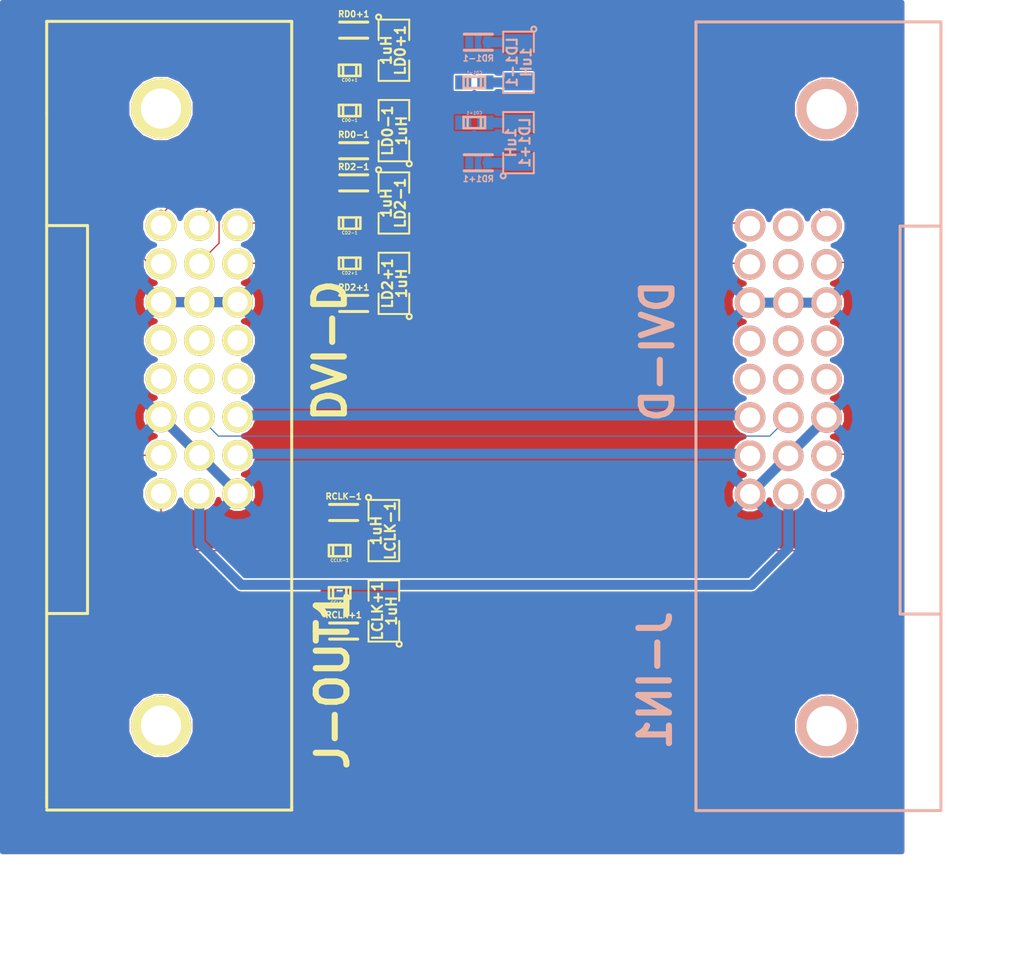
<source format=kicad_pcb>
(kicad_pcb (version 4) (host pcbnew "(2014-jul-16 BZR unknown)-product")

  (general
    (links 54)
    (no_connects 12)
    (area 0 0 0 0)
    (thickness 1.6)
    (drawings 1)
    (tracks 116)
    (zones 0)
    (modules 26)
    (nets 43)
  )

  (page A4)
  (layers
    (0 F.Cu signal)
    (31 B.Cu signal)
    (32 B.Adhes user)
    (33 F.Adhes user)
    (34 B.Paste user)
    (35 F.Paste user)
    (36 B.SilkS user)
    (37 F.SilkS user)
    (38 B.Mask user)
    (39 F.Mask user)
    (40 Dwgs.User user)
    (41 Cmts.User user)
    (42 Eco1.User user)
    (43 Eco2.User user)
    (44 Edge.Cuts user)
    (45 Margin user)
    (46 B.CrtYd user)
    (47 F.CrtYd user)
    (48 B.Fab user)
    (49 F.Fab user)
  )

  (setup
    (last_trace_width 0.06)
    (user_trace_width 0.5)
    (user_trace_width 0.75)
    (trace_clearance 0.06)
    (zone_clearance 0.08)
    (zone_45_only no)
    (trace_min 0.06)
    (segment_width 0.2)
    (edge_width 0.1)
    (via_size 0.889)
    (via_drill 0.635)
    (via_min_size 0.889)
    (via_min_drill 0.508)
    (uvia_size 0.508)
    (uvia_drill 0.127)
    (uvias_allowed no)
    (uvia_min_size 0.508)
    (uvia_min_drill 0.127)
    (pcb_text_width 0.3)
    (pcb_text_size 1.5 1.5)
    (mod_edge_width 0.15)
    (mod_text_size 1 1)
    (mod_text_width 0.15)
    (pad_size 1.524 1.524)
    (pad_drill 1.00076)
    (pad_to_mask_clearance 0)
    (aux_axis_origin 0 0)
    (visible_elements FFFFFF1F)
    (pcbplotparams
      (layerselection 0x00030_80000001)
      (usegerberextensions false)
      (excludeedgelayer true)
      (linewidth 0.100000)
      (plotframeref false)
      (viasonmask false)
      (mode 1)
      (useauxorigin false)
      (hpglpennumber 1)
      (hpglpenspeed 20)
      (hpglpendiameter 15)
      (hpglpenoverlay 2)
      (psnegative false)
      (psa4output false)
      (plotreference true)
      (plotvalue true)
      (plotinvisibletext false)
      (padsonsilk false)
      (subtractmaskfromsilk false)
      (outputformat 1)
      (mirror false)
      (drillshape 1)
      (scaleselection 1)
      (outputdirectory ""))
  )

  (net 0 "")
  (net 1 /OUT-CLK+)
  (net 2 /IN-CLK+)
  (net 3 /OUT-CLK-)
  (net 4 /IN-CLK-)
  (net 5 /OUT-D0+)
  (net 6 /IN-D0+)
  (net 7 /OUT-D0-)
  (net 8 /IN-D0-)
  (net 9 /OUT-D1+)
  (net 10 /IN-D1+)
  (net 11 /OUT-D1-)
  (net 12 /IN-D1-)
  (net 13 /OUT-D2+)
  (net 14 /IN-D2+)
  (net 15 /OUT-D2-)
  (net 16 /IN-D2-)
  (net 17 "Net-(LCLK+1-Pad1)")
  (net 18 "Net-(LCLK-1-Pad1)")
  (net 19 "Net-(LD0+1-Pad1)")
  (net 20 "Net-(LD0-1-Pad1)")
  (net 21 "Net-(LD1+1-Pad1)")
  (net 22 "Net-(LD1-1-Pad1)")
  (net 23 "Net-(LD2+1-Pad1)")
  (net 24 "Net-(LD2-1-Pad1)")
  (net 25 3V3)
  (net 26 GND)
  (net 27 "Net-(J-IN1-Pad4)")
  (net 28 "Net-(J-IN1-Pad5)")
  (net 29 "Net-(J-IN1-Pad12)")
  (net 30 "Net-(J-IN1-Pad13)")
  (net 31 "Net-(J-IN1-Pad20)")
  (net 32 "Net-(J-IN1-Pad21)")
  (net 33 "Net-(J-OUT1-Pad4)")
  (net 34 "Net-(J-OUT1-Pad5)")
  (net 35 "Net-(J-OUT1-Pad12)")
  (net 36 "Net-(J-OUT1-Pad13)")
  (net 37 "Net-(J-OUT1-Pad20)")
  (net 38 "Net-(J-OUT1-Pad21)")
  (net 39 /SCL)
  (net 40 /SDA)
  (net 41 /+5V)
  (net 42 /HPD)

  (net_class Default "This is the default net class."
    (clearance 0.06)
    (trace_width 0.06)
    (via_dia 0.889)
    (via_drill 0.635)
    (uvia_dia 0.508)
    (uvia_drill 0.127)
    (add_net /+5V)
    (add_net /HPD)
    (add_net /SCL)
    (add_net /SDA)
    (add_net "Net-(J-IN1-Pad12)")
    (add_net "Net-(J-IN1-Pad13)")
    (add_net "Net-(J-IN1-Pad20)")
    (add_net "Net-(J-IN1-Pad21)")
    (add_net "Net-(J-IN1-Pad4)")
    (add_net "Net-(J-IN1-Pad5)")
    (add_net "Net-(J-OUT1-Pad12)")
    (add_net "Net-(J-OUT1-Pad13)")
    (add_net "Net-(J-OUT1-Pad20)")
    (add_net "Net-(J-OUT1-Pad21)")
    (add_net "Net-(J-OUT1-Pad4)")
    (add_net "Net-(J-OUT1-Pad5)")
    (add_net "Net-(LCLK+1-Pad1)")
    (add_net "Net-(LCLK-1-Pad1)")
    (add_net "Net-(LD0+1-Pad1)")
    (add_net "Net-(LD0-1-Pad1)")
    (add_net "Net-(LD1+1-Pad1)")
    (add_net "Net-(LD1-1-Pad1)")
    (add_net "Net-(LD2+1-Pad1)")
    (add_net "Net-(LD2-1-Pad1)")
  )

  (net_class 3V3 ""
    (clearance 0.06)
    (trace_width 0.5)
    (via_dia 0.889)
    (via_drill 0.635)
    (uvia_dia 0.508)
    (uvia_drill 0.127)
    (add_net 3V3)
  )

  (net_class GND ""
    (clearance 0.06)
    (trace_width 0.5)
    (via_dia 0.889)
    (via_drill 0.635)
    (uvia_dia 0.508)
    (uvia_drill 0.127)
    (add_net GND)
  )

  (net_class HiSpeed ""
    (clearance 0.06)
    (trace_width 0.06)
    (via_dia 0.889)
    (via_drill 0.635)
    (uvia_dia 0.508)
    (uvia_drill 0.127)
    (add_net /IN-CLK+)
    (add_net /IN-CLK-)
    (add_net /IN-D0+)
    (add_net /IN-D0-)
    (add_net /IN-D1+)
    (add_net /IN-D1-)
    (add_net /IN-D2+)
    (add_net /IN-D2-)
    (add_net /OUT-CLK+)
    (add_net /OUT-CLK-)
    (add_net /OUT-D0+)
    (add_net /OUT-D0-)
    (add_net /OUT-D1+)
    (add_net /OUT-D1-)
    (add_net /OUT-D2+)
    (add_net /OUT-D2-)
  )

  (module Capacitors_SMD:c_0402 (layer F.Cu) (tedit 5402CBEF) (tstamp 54030422)
    (at 31.9 42 180)
    (descr "SMT capacitor, 0402")
    (path /5402B1B6)
    (fp_text reference CCLK+1 (at 0 -0.4826 180) (layer F.SilkS)
      (effects (font (size 0.1524 0.1524) (thickness 0.03048)))
    )
    (fp_text value 100nF (at 0 0.4826 180) (layer F.SilkS) hide
      (effects (font (size 0.1524 0.1524) (thickness 0.03048)))
    )
    (fp_line (start 0.3302 -0.2794) (end 0.3302 0.2794) (layer F.SilkS) (width 0.127))
    (fp_line (start -0.3302 -0.2794) (end -0.3302 0.2794) (layer F.SilkS) (width 0.127))
    (fp_line (start -0.5334 -0.2794) (end -0.5334 0.2794) (layer F.SilkS) (width 0.127))
    (fp_line (start -0.5334 0.2794) (end 0.5334 0.2794) (layer F.SilkS) (width 0.127))
    (fp_line (start 0.5334 0.2794) (end 0.5334 -0.2794) (layer F.SilkS) (width 0.127))
    (fp_line (start 0.5334 -0.2794) (end -0.5334 -0.2794) (layer F.SilkS) (width 0.127))
    (pad 1 smd rect (at 0.54864 0 180) (size 0.8001 0.6985) (layers F.Cu F.Paste F.Mask)
      (net 1 /OUT-CLK+))
    (pad 2 smd rect (at -0.54864 0 180) (size 0.8001 0.6985) (layers F.Cu F.Paste F.Mask)
      (net 2 /IN-CLK+))
    (model smd/capacitors/c_0402.wrl
      (at (xyz 0 0 0))
      (scale (xyz 1 1 1))
      (rotate (xyz 0 0 0))
    )
  )

  (module Capacitors_SMD:c_0402 (layer F.Cu) (tedit 5402CBEF) (tstamp 5402CEDF)
    (at 31.9 39.9 180)
    (descr "SMT capacitor, 0402")
    (path /5402B1DA)
    (fp_text reference CCLK-1 (at 0 -0.4826 180) (layer F.SilkS)
      (effects (font (size 0.1524 0.1524) (thickness 0.03048)))
    )
    (fp_text value 100nF (at 0 0.4826 180) (layer F.SilkS) hide
      (effects (font (size 0.1524 0.1524) (thickness 0.03048)))
    )
    (fp_line (start 0.3302 -0.2794) (end 0.3302 0.2794) (layer F.SilkS) (width 0.127))
    (fp_line (start -0.3302 -0.2794) (end -0.3302 0.2794) (layer F.SilkS) (width 0.127))
    (fp_line (start -0.5334 -0.2794) (end -0.5334 0.2794) (layer F.SilkS) (width 0.127))
    (fp_line (start -0.5334 0.2794) (end 0.5334 0.2794) (layer F.SilkS) (width 0.127))
    (fp_line (start 0.5334 0.2794) (end 0.5334 -0.2794) (layer F.SilkS) (width 0.127))
    (fp_line (start 0.5334 -0.2794) (end -0.5334 -0.2794) (layer F.SilkS) (width 0.127))
    (pad 1 smd rect (at 0.54864 0 180) (size 0.8001 0.6985) (layers F.Cu F.Paste F.Mask)
      (net 3 /OUT-CLK-))
    (pad 2 smd rect (at -0.54864 0 180) (size 0.8001 0.6985) (layers F.Cu F.Paste F.Mask)
      (net 4 /IN-CLK-))
    (model smd/capacitors/c_0402.wrl
      (at (xyz 0 0 0))
      (scale (xyz 1 1 1))
      (rotate (xyz 0 0 0))
    )
  )

  (module Capacitors_SMD:c_0402 (layer F.Cu) (tedit 5402CBEF) (tstamp 5402CEEB)
    (at 32.4 16 180)
    (descr "SMT capacitor, 0402")
    (path /5402DDC2)
    (fp_text reference CD0+1 (at 0 -0.4826 180) (layer F.SilkS)
      (effects (font (size 0.1524 0.1524) (thickness 0.03048)))
    )
    (fp_text value 100nF (at 0 0.4826 180) (layer F.SilkS) hide
      (effects (font (size 0.1524 0.1524) (thickness 0.03048)))
    )
    (fp_line (start 0.3302 -0.2794) (end 0.3302 0.2794) (layer F.SilkS) (width 0.127))
    (fp_line (start -0.3302 -0.2794) (end -0.3302 0.2794) (layer F.SilkS) (width 0.127))
    (fp_line (start -0.5334 -0.2794) (end -0.5334 0.2794) (layer F.SilkS) (width 0.127))
    (fp_line (start -0.5334 0.2794) (end 0.5334 0.2794) (layer F.SilkS) (width 0.127))
    (fp_line (start 0.5334 0.2794) (end 0.5334 -0.2794) (layer F.SilkS) (width 0.127))
    (fp_line (start 0.5334 -0.2794) (end -0.5334 -0.2794) (layer F.SilkS) (width 0.127))
    (pad 1 smd rect (at 0.54864 0 180) (size 0.8001 0.6985) (layers F.Cu F.Paste F.Mask)
      (net 5 /OUT-D0+))
    (pad 2 smd rect (at -0.54864 0 180) (size 0.8001 0.6985) (layers F.Cu F.Paste F.Mask)
      (net 6 /IN-D0+))
    (model smd/capacitors/c_0402.wrl
      (at (xyz 0 0 0))
      (scale (xyz 1 1 1))
      (rotate (xyz 0 0 0))
    )
  )

  (module Capacitors_SMD:c_0402 (layer F.Cu) (tedit 5402CBEF) (tstamp 5402CEF7)
    (at 32.4 18 180)
    (descr "SMT capacitor, 0402")
    (path /5402DDC8)
    (fp_text reference CD0-1 (at 0 -0.4826 180) (layer F.SilkS)
      (effects (font (size 0.1524 0.1524) (thickness 0.03048)))
    )
    (fp_text value 100nF (at 0 0.4826 180) (layer F.SilkS) hide
      (effects (font (size 0.1524 0.1524) (thickness 0.03048)))
    )
    (fp_line (start 0.3302 -0.2794) (end 0.3302 0.2794) (layer F.SilkS) (width 0.127))
    (fp_line (start -0.3302 -0.2794) (end -0.3302 0.2794) (layer F.SilkS) (width 0.127))
    (fp_line (start -0.5334 -0.2794) (end -0.5334 0.2794) (layer F.SilkS) (width 0.127))
    (fp_line (start -0.5334 0.2794) (end 0.5334 0.2794) (layer F.SilkS) (width 0.127))
    (fp_line (start 0.5334 0.2794) (end 0.5334 -0.2794) (layer F.SilkS) (width 0.127))
    (fp_line (start 0.5334 -0.2794) (end -0.5334 -0.2794) (layer F.SilkS) (width 0.127))
    (pad 1 smd rect (at 0.54864 0 180) (size 0.8001 0.6985) (layers F.Cu F.Paste F.Mask)
      (net 7 /OUT-D0-))
    (pad 2 smd rect (at -0.54864 0 180) (size 0.8001 0.6985) (layers F.Cu F.Paste F.Mask)
      (net 8 /IN-D0-))
    (model smd/capacitors/c_0402.wrl
      (at (xyz 0 0 0))
      (scale (xyz 1 1 1))
      (rotate (xyz 0 0 0))
    )
  )

  (module Capacitors_SMD:c_0402 (layer B.Cu) (tedit 5402CBEF) (tstamp 54030A8F)
    (at 38.6 18.6 180)
    (descr "SMT capacitor, 0402")
    (path /5402FAA3)
    (fp_text reference CD1+1 (at 0 0.4826 180) (layer B.SilkS)
      (effects (font (size 0.1524 0.1524) (thickness 0.03048)) (justify mirror))
    )
    (fp_text value 100nF (at 0 -0.4826 180) (layer B.SilkS) hide
      (effects (font (size 0.1524 0.1524) (thickness 0.03048)) (justify mirror))
    )
    (fp_line (start 0.3302 0.2794) (end 0.3302 -0.2794) (layer B.SilkS) (width 0.127))
    (fp_line (start -0.3302 0.2794) (end -0.3302 -0.2794) (layer B.SilkS) (width 0.127))
    (fp_line (start -0.5334 0.2794) (end -0.5334 -0.2794) (layer B.SilkS) (width 0.127))
    (fp_line (start -0.5334 -0.2794) (end 0.5334 -0.2794) (layer B.SilkS) (width 0.127))
    (fp_line (start 0.5334 -0.2794) (end 0.5334 0.2794) (layer B.SilkS) (width 0.127))
    (fp_line (start 0.5334 0.2794) (end -0.5334 0.2794) (layer B.SilkS) (width 0.127))
    (pad 1 smd rect (at 0.54864 0 180) (size 0.8001 0.6985) (layers B.Cu B.Paste B.Mask)
      (net 9 /OUT-D1+))
    (pad 2 smd rect (at -0.54864 0 180) (size 0.8001 0.6985) (layers B.Cu B.Paste B.Mask)
      (net 10 /IN-D1+))
    (model smd/capacitors/c_0402.wrl
      (at (xyz 0 0 0))
      (scale (xyz 1 1 1))
      (rotate (xyz 0 0 0))
    )
  )

  (module Capacitors_SMD:c_0402 (layer B.Cu) (tedit 5402CBEF) (tstamp 54030A82)
    (at 38.6 16.6 180)
    (descr "SMT capacitor, 0402")
    (path /5402FAA9)
    (fp_text reference CD1-1 (at 0 0.4826 180) (layer B.SilkS)
      (effects (font (size 0.1524 0.1524) (thickness 0.03048)) (justify mirror))
    )
    (fp_text value 100nF (at 0 -0.4826 180) (layer B.SilkS) hide
      (effects (font (size 0.1524 0.1524) (thickness 0.03048)) (justify mirror))
    )
    (fp_line (start 0.3302 0.2794) (end 0.3302 -0.2794) (layer B.SilkS) (width 0.127))
    (fp_line (start -0.3302 0.2794) (end -0.3302 -0.2794) (layer B.SilkS) (width 0.127))
    (fp_line (start -0.5334 0.2794) (end -0.5334 -0.2794) (layer B.SilkS) (width 0.127))
    (fp_line (start -0.5334 -0.2794) (end 0.5334 -0.2794) (layer B.SilkS) (width 0.127))
    (fp_line (start 0.5334 -0.2794) (end 0.5334 0.2794) (layer B.SilkS) (width 0.127))
    (fp_line (start 0.5334 0.2794) (end -0.5334 0.2794) (layer B.SilkS) (width 0.127))
    (pad 1 smd rect (at 0.54864 0 180) (size 0.8001 0.6985) (layers B.Cu B.Paste B.Mask)
      (net 11 /OUT-D1-))
    (pad 2 smd rect (at -0.54864 0 180) (size 0.8001 0.6985) (layers B.Cu B.Paste B.Mask)
      (net 12 /IN-D1-))
    (model smd/capacitors/c_0402.wrl
      (at (xyz 0 0 0))
      (scale (xyz 1 1 1))
      (rotate (xyz 0 0 0))
    )
  )

  (module Capacitors_SMD:c_0402 (layer F.Cu) (tedit 5402CBEF) (tstamp 5402CF1B)
    (at 32.4 25.6 180)
    (descr "SMT capacitor, 0402")
    (path /5402FD02)
    (fp_text reference CD2+1 (at 0 -0.4826 180) (layer F.SilkS)
      (effects (font (size 0.1524 0.1524) (thickness 0.03048)))
    )
    (fp_text value 100nF (at 0 0.4826 180) (layer F.SilkS) hide
      (effects (font (size 0.1524 0.1524) (thickness 0.03048)))
    )
    (fp_line (start 0.3302 -0.2794) (end 0.3302 0.2794) (layer F.SilkS) (width 0.127))
    (fp_line (start -0.3302 -0.2794) (end -0.3302 0.2794) (layer F.SilkS) (width 0.127))
    (fp_line (start -0.5334 -0.2794) (end -0.5334 0.2794) (layer F.SilkS) (width 0.127))
    (fp_line (start -0.5334 0.2794) (end 0.5334 0.2794) (layer F.SilkS) (width 0.127))
    (fp_line (start 0.5334 0.2794) (end 0.5334 -0.2794) (layer F.SilkS) (width 0.127))
    (fp_line (start 0.5334 -0.2794) (end -0.5334 -0.2794) (layer F.SilkS) (width 0.127))
    (pad 1 smd rect (at 0.54864 0 180) (size 0.8001 0.6985) (layers F.Cu F.Paste F.Mask)
      (net 13 /OUT-D2+))
    (pad 2 smd rect (at -0.54864 0 180) (size 0.8001 0.6985) (layers F.Cu F.Paste F.Mask)
      (net 14 /IN-D2+))
    (model smd/capacitors/c_0402.wrl
      (at (xyz 0 0 0))
      (scale (xyz 1 1 1))
      (rotate (xyz 0 0 0))
    )
  )

  (module Capacitors_SMD:c_0402 (layer F.Cu) (tedit 5402CBEF) (tstamp 5402CF27)
    (at 32.4 23.6 180)
    (descr "SMT capacitor, 0402")
    (path /5402FD08)
    (fp_text reference CD2-1 (at 0 -0.4826 180) (layer F.SilkS)
      (effects (font (size 0.1524 0.1524) (thickness 0.03048)))
    )
    (fp_text value 100nF (at 0 0.4826 180) (layer F.SilkS) hide
      (effects (font (size 0.1524 0.1524) (thickness 0.03048)))
    )
    (fp_line (start 0.3302 -0.2794) (end 0.3302 0.2794) (layer F.SilkS) (width 0.127))
    (fp_line (start -0.3302 -0.2794) (end -0.3302 0.2794) (layer F.SilkS) (width 0.127))
    (fp_line (start -0.5334 -0.2794) (end -0.5334 0.2794) (layer F.SilkS) (width 0.127))
    (fp_line (start -0.5334 0.2794) (end 0.5334 0.2794) (layer F.SilkS) (width 0.127))
    (fp_line (start 0.5334 0.2794) (end 0.5334 -0.2794) (layer F.SilkS) (width 0.127))
    (fp_line (start 0.5334 -0.2794) (end -0.5334 -0.2794) (layer F.SilkS) (width 0.127))
    (pad 1 smd rect (at 0.54864 0 180) (size 0.8001 0.6985) (layers F.Cu F.Paste F.Mask)
      (net 15 /OUT-D2-))
    (pad 2 smd rect (at -0.54864 0 180) (size 0.8001 0.6985) (layers F.Cu F.Paste F.Mask)
      (net 16 /IN-D2-))
    (model smd/capacitors/c_0402.wrl
      (at (xyz 0 0 0))
      (scale (xyz 1 1 1))
      (rotate (xyz 0 0 0))
    )
  )

  (module SMD_Packages:SMD-0805 (layer F.Cu) (tedit 5402CBED) (tstamp 5402CF86)
    (at 34.1 42.9 90)
    (path /5402B54F)
    (attr smd)
    (fp_text reference LCLK+1 (at 0 -0.3175 90) (layer F.SilkS)
      (effects (font (size 0.50038 0.50038) (thickness 0.10922)))
    )
    (fp_text value 1uH (at 0 0.381 90) (layer F.SilkS)
      (effects (font (size 0.50038 0.50038) (thickness 0.10922)))
    )
    (fp_circle (center -1.651 0.762) (end -1.651 0.635) (layer F.SilkS) (width 0.09906))
    (fp_line (start -0.508 0.762) (end -1.524 0.762) (layer F.SilkS) (width 0.09906))
    (fp_line (start -1.524 0.762) (end -1.524 -0.762) (layer F.SilkS) (width 0.09906))
    (fp_line (start -1.524 -0.762) (end -0.508 -0.762) (layer F.SilkS) (width 0.09906))
    (fp_line (start 0.508 -0.762) (end 1.524 -0.762) (layer F.SilkS) (width 0.09906))
    (fp_line (start 1.524 -0.762) (end 1.524 0.762) (layer F.SilkS) (width 0.09906))
    (fp_line (start 1.524 0.762) (end 0.508 0.762) (layer F.SilkS) (width 0.09906))
    (pad 1 smd rect (at -0.9525 0 90) (size 0.889 1.397) (layers F.Cu F.Paste F.Mask)
      (net 17 "Net-(LCLK+1-Pad1)"))
    (pad 2 smd rect (at 0.9525 0 90) (size 0.889 1.397) (layers F.Cu F.Paste F.Mask)
      (net 2 /IN-CLK+))
    (model smd/chip_cms.wrl
      (at (xyz 0 0 0))
      (scale (xyz 0.1 0.1 0.1))
      (rotate (xyz 0 0 0))
    )
  )

  (module SMD_Packages:SMD-0805 (layer F.Cu) (tedit 5402CBED) (tstamp 54030430)
    (at 34.1 38.9 270)
    (path /5402B3D4)
    (attr smd)
    (fp_text reference LCLK-1 (at 0 -0.3175 270) (layer F.SilkS)
      (effects (font (size 0.50038 0.50038) (thickness 0.10922)))
    )
    (fp_text value 1uH (at 0 0.381 270) (layer F.SilkS)
      (effects (font (size 0.50038 0.50038) (thickness 0.10922)))
    )
    (fp_circle (center -1.651 0.762) (end -1.651 0.635) (layer F.SilkS) (width 0.09906))
    (fp_line (start -0.508 0.762) (end -1.524 0.762) (layer F.SilkS) (width 0.09906))
    (fp_line (start -1.524 0.762) (end -1.524 -0.762) (layer F.SilkS) (width 0.09906))
    (fp_line (start -1.524 -0.762) (end -0.508 -0.762) (layer F.SilkS) (width 0.09906))
    (fp_line (start 0.508 -0.762) (end 1.524 -0.762) (layer F.SilkS) (width 0.09906))
    (fp_line (start 1.524 -0.762) (end 1.524 0.762) (layer F.SilkS) (width 0.09906))
    (fp_line (start 1.524 0.762) (end 0.508 0.762) (layer F.SilkS) (width 0.09906))
    (pad 1 smd rect (at -0.9525 0 270) (size 0.889 1.397) (layers F.Cu F.Paste F.Mask)
      (net 18 "Net-(LCLK-1-Pad1)"))
    (pad 2 smd rect (at 0.9525 0 270) (size 0.889 1.397) (layers F.Cu F.Paste F.Mask)
      (net 4 /IN-CLK-))
    (model smd/chip_cms.wrl
      (at (xyz 0 0 0))
      (scale (xyz 0.1 0.1 0.1))
      (rotate (xyz 0 0 0))
    )
  )

  (module SMD_Packages:SMD-0805 (layer F.Cu) (tedit 5402CBED) (tstamp 5402CFA0)
    (at 34.6 15 270)
    (path /5402DDE0)
    (attr smd)
    (fp_text reference LD0+1 (at 0 -0.3175 270) (layer F.SilkS)
      (effects (font (size 0.50038 0.50038) (thickness 0.10922)))
    )
    (fp_text value 1uH (at 0 0.381 270) (layer F.SilkS)
      (effects (font (size 0.50038 0.50038) (thickness 0.10922)))
    )
    (fp_circle (center -1.651 0.762) (end -1.651 0.635) (layer F.SilkS) (width 0.09906))
    (fp_line (start -0.508 0.762) (end -1.524 0.762) (layer F.SilkS) (width 0.09906))
    (fp_line (start -1.524 0.762) (end -1.524 -0.762) (layer F.SilkS) (width 0.09906))
    (fp_line (start -1.524 -0.762) (end -0.508 -0.762) (layer F.SilkS) (width 0.09906))
    (fp_line (start 0.508 -0.762) (end 1.524 -0.762) (layer F.SilkS) (width 0.09906))
    (fp_line (start 1.524 -0.762) (end 1.524 0.762) (layer F.SilkS) (width 0.09906))
    (fp_line (start 1.524 0.762) (end 0.508 0.762) (layer F.SilkS) (width 0.09906))
    (pad 1 smd rect (at -0.9525 0 270) (size 0.889 1.397) (layers F.Cu F.Paste F.Mask)
      (net 19 "Net-(LD0+1-Pad1)"))
    (pad 2 smd rect (at 0.9525 0 270) (size 0.889 1.397) (layers F.Cu F.Paste F.Mask)
      (net 6 /IN-D0+))
    (model smd/chip_cms.wrl
      (at (xyz 0 0 0))
      (scale (xyz 0.1 0.1 0.1))
      (rotate (xyz 0 0 0))
    )
  )

  (module SMD_Packages:SMD-0805 (layer F.Cu) (tedit 5402CBED) (tstamp 5402CFAD)
    (at 34.6 19 90)
    (path /5402DDDA)
    (attr smd)
    (fp_text reference LD0-1 (at 0 -0.3175 90) (layer F.SilkS)
      (effects (font (size 0.50038 0.50038) (thickness 0.10922)))
    )
    (fp_text value 1uH (at 0 0.381 90) (layer F.SilkS)
      (effects (font (size 0.50038 0.50038) (thickness 0.10922)))
    )
    (fp_circle (center -1.651 0.762) (end -1.651 0.635) (layer F.SilkS) (width 0.09906))
    (fp_line (start -0.508 0.762) (end -1.524 0.762) (layer F.SilkS) (width 0.09906))
    (fp_line (start -1.524 0.762) (end -1.524 -0.762) (layer F.SilkS) (width 0.09906))
    (fp_line (start -1.524 -0.762) (end -0.508 -0.762) (layer F.SilkS) (width 0.09906))
    (fp_line (start 0.508 -0.762) (end 1.524 -0.762) (layer F.SilkS) (width 0.09906))
    (fp_line (start 1.524 -0.762) (end 1.524 0.762) (layer F.SilkS) (width 0.09906))
    (fp_line (start 1.524 0.762) (end 0.508 0.762) (layer F.SilkS) (width 0.09906))
    (pad 1 smd rect (at -0.9525 0 90) (size 0.889 1.397) (layers F.Cu F.Paste F.Mask)
      (net 20 "Net-(LD0-1-Pad1)"))
    (pad 2 smd rect (at 0.9525 0 90) (size 0.889 1.397) (layers F.Cu F.Paste F.Mask)
      (net 8 /IN-D0-))
    (model smd/chip_cms.wrl
      (at (xyz 0 0 0))
      (scale (xyz 0.1 0.1 0.1))
      (rotate (xyz 0 0 0))
    )
  )

  (module SMD_Packages:SMD-0805 (layer B.Cu) (tedit 5402CBED) (tstamp 54030A75)
    (at 40.8 19.6 90)
    (path /5402FAC1)
    (attr smd)
    (fp_text reference LD1+1 (at 0 0.3175 90) (layer B.SilkS)
      (effects (font (size 0.50038 0.50038) (thickness 0.10922)) (justify mirror))
    )
    (fp_text value 1uH (at 0 -0.381 90) (layer B.SilkS)
      (effects (font (size 0.50038 0.50038) (thickness 0.10922)) (justify mirror))
    )
    (fp_circle (center -1.651 -0.762) (end -1.651 -0.635) (layer B.SilkS) (width 0.09906))
    (fp_line (start -0.508 -0.762) (end -1.524 -0.762) (layer B.SilkS) (width 0.09906))
    (fp_line (start -1.524 -0.762) (end -1.524 0.762) (layer B.SilkS) (width 0.09906))
    (fp_line (start -1.524 0.762) (end -0.508 0.762) (layer B.SilkS) (width 0.09906))
    (fp_line (start 0.508 0.762) (end 1.524 0.762) (layer B.SilkS) (width 0.09906))
    (fp_line (start 1.524 0.762) (end 1.524 -0.762) (layer B.SilkS) (width 0.09906))
    (fp_line (start 1.524 -0.762) (end 0.508 -0.762) (layer B.SilkS) (width 0.09906))
    (pad 1 smd rect (at -0.9525 0 90) (size 0.889 1.397) (layers B.Cu B.Paste B.Mask)
      (net 21 "Net-(LD1+1-Pad1)"))
    (pad 2 smd rect (at 0.9525 0 90) (size 0.889 1.397) (layers B.Cu B.Paste B.Mask)
      (net 10 /IN-D1+))
    (model smd/chip_cms.wrl
      (at (xyz 0 0 0))
      (scale (xyz 0.1 0.1 0.1))
      (rotate (xyz 0 0 0))
    )
  )

  (module SMD_Packages:SMD-0805 (layer B.Cu) (tedit 5402CBED) (tstamp 54030A67)
    (at 40.8 15.6 270)
    (path /5402FABB)
    (attr smd)
    (fp_text reference LD1-1 (at 0 0.3175 270) (layer B.SilkS)
      (effects (font (size 0.50038 0.50038) (thickness 0.10922)) (justify mirror))
    )
    (fp_text value 1uH (at 0 -0.381 270) (layer B.SilkS)
      (effects (font (size 0.50038 0.50038) (thickness 0.10922)) (justify mirror))
    )
    (fp_circle (center -1.651 -0.762) (end -1.651 -0.635) (layer B.SilkS) (width 0.09906))
    (fp_line (start -0.508 -0.762) (end -1.524 -0.762) (layer B.SilkS) (width 0.09906))
    (fp_line (start -1.524 -0.762) (end -1.524 0.762) (layer B.SilkS) (width 0.09906))
    (fp_line (start -1.524 0.762) (end -0.508 0.762) (layer B.SilkS) (width 0.09906))
    (fp_line (start 0.508 0.762) (end 1.524 0.762) (layer B.SilkS) (width 0.09906))
    (fp_line (start 1.524 0.762) (end 1.524 -0.762) (layer B.SilkS) (width 0.09906))
    (fp_line (start 1.524 -0.762) (end 0.508 -0.762) (layer B.SilkS) (width 0.09906))
    (pad 1 smd rect (at -0.9525 0 270) (size 0.889 1.397) (layers B.Cu B.Paste B.Mask)
      (net 22 "Net-(LD1-1-Pad1)"))
    (pad 2 smd rect (at 0.9525 0 270) (size 0.889 1.397) (layers B.Cu B.Paste B.Mask)
      (net 12 /IN-D1-))
    (model smd/chip_cms.wrl
      (at (xyz 0 0 0))
      (scale (xyz 0.1 0.1 0.1))
      (rotate (xyz 0 0 0))
    )
  )

  (module SMD_Packages:SMD-0805 (layer F.Cu) (tedit 5402CBED) (tstamp 54030B56)
    (at 34.6 26.6 90)
    (path /5402FD20)
    (attr smd)
    (fp_text reference LD2+1 (at 0 -0.3175 90) (layer F.SilkS)
      (effects (font (size 0.50038 0.50038) (thickness 0.10922)))
    )
    (fp_text value 1uH (at 0 0.381 90) (layer F.SilkS)
      (effects (font (size 0.50038 0.50038) (thickness 0.10922)))
    )
    (fp_circle (center -1.651 0.762) (end -1.651 0.635) (layer F.SilkS) (width 0.09906))
    (fp_line (start -0.508 0.762) (end -1.524 0.762) (layer F.SilkS) (width 0.09906))
    (fp_line (start -1.524 0.762) (end -1.524 -0.762) (layer F.SilkS) (width 0.09906))
    (fp_line (start -1.524 -0.762) (end -0.508 -0.762) (layer F.SilkS) (width 0.09906))
    (fp_line (start 0.508 -0.762) (end 1.524 -0.762) (layer F.SilkS) (width 0.09906))
    (fp_line (start 1.524 -0.762) (end 1.524 0.762) (layer F.SilkS) (width 0.09906))
    (fp_line (start 1.524 0.762) (end 0.508 0.762) (layer F.SilkS) (width 0.09906))
    (pad 1 smd rect (at -0.9525 0 90) (size 0.889 1.397) (layers F.Cu F.Paste F.Mask)
      (net 23 "Net-(LD2+1-Pad1)"))
    (pad 2 smd rect (at 0.9525 0 90) (size 0.889 1.397) (layers F.Cu F.Paste F.Mask)
      (net 14 /IN-D2+))
    (model smd/chip_cms.wrl
      (at (xyz 0 0 0))
      (scale (xyz 0.1 0.1 0.1))
      (rotate (xyz 0 0 0))
    )
  )

  (module SMD_Packages:SMD-0805 (layer F.Cu) (tedit 5402CBED) (tstamp 5402CFE1)
    (at 34.6 22.6 270)
    (path /5402FD1A)
    (attr smd)
    (fp_text reference LD2-1 (at 0 -0.3175 270) (layer F.SilkS)
      (effects (font (size 0.50038 0.50038) (thickness 0.10922)))
    )
    (fp_text value 1uH (at 0 0.381 270) (layer F.SilkS)
      (effects (font (size 0.50038 0.50038) (thickness 0.10922)))
    )
    (fp_circle (center -1.651 0.762) (end -1.651 0.635) (layer F.SilkS) (width 0.09906))
    (fp_line (start -0.508 0.762) (end -1.524 0.762) (layer F.SilkS) (width 0.09906))
    (fp_line (start -1.524 0.762) (end -1.524 -0.762) (layer F.SilkS) (width 0.09906))
    (fp_line (start -1.524 -0.762) (end -0.508 -0.762) (layer F.SilkS) (width 0.09906))
    (fp_line (start 0.508 -0.762) (end 1.524 -0.762) (layer F.SilkS) (width 0.09906))
    (fp_line (start 1.524 -0.762) (end 1.524 0.762) (layer F.SilkS) (width 0.09906))
    (fp_line (start 1.524 0.762) (end 0.508 0.762) (layer F.SilkS) (width 0.09906))
    (pad 1 smd rect (at -0.9525 0 270) (size 0.889 1.397) (layers F.Cu F.Paste F.Mask)
      (net 24 "Net-(LD2-1-Pad1)"))
    (pad 2 smd rect (at 0.9525 0 270) (size 0.889 1.397) (layers F.Cu F.Paste F.Mask)
      (net 16 /IN-D2-))
    (model smd/chip_cms.wrl
      (at (xyz 0 0 0))
      (scale (xyz 0.1 0.1 0.1))
      (rotate (xyz 0 0 0))
    )
  )

  (module Resistors_SMD:R_0402 (layer F.Cu) (tedit 5402CBEE) (tstamp 5403056E)
    (at 32.1 43.9)
    (path /5402B25A)
    (attr smd)
    (fp_text reference RCLK+1 (at 0 -0.8) (layer F.SilkS)
      (effects (font (size 0.3 0.3) (thickness 0.07)))
    )
    (fp_text value 51 (at 0 0.8) (layer F.SilkS) hide
      (effects (font (size 0.3 0.3) (thickness 0.07)))
    )
    (fp_line (start 0.7 -0.4) (end -0.7 -0.4) (layer F.SilkS) (width 0.15))
    (fp_line (start 0.7 0.4) (end -0.7 0.4) (layer F.SilkS) (width 0.15))
    (fp_circle (center 0 0) (end 0.05 0) (layer F.Adhes) (width 0.2))
    (pad 1 smd rect (at -0.44958 0) (size 0.39878 0.59944) (layers F.Cu F.Paste F.Mask)
      (net 25 3V3))
    (pad 2 smd rect (at 0.44958 0) (size 0.39878 0.59944) (layers F.Cu F.Paste F.Mask)
      (net 17 "Net-(LCLK+1-Pad1)"))
    (model smd/resistors/R0402.wrl
      (at (xyz 0 0 0))
      (scale (xyz 0.27 0.27 0.27))
      (rotate (xyz 0 0 0))
    )
  )

  (module Resistors_SMD:R_0402 (layer F.Cu) (tedit 5402CBEE) (tstamp 5402CFF3)
    (at 32.1 38)
    (path /5402B2BB)
    (attr smd)
    (fp_text reference RCLK-1 (at 0 -0.8) (layer F.SilkS)
      (effects (font (size 0.3 0.3) (thickness 0.07)))
    )
    (fp_text value 51 (at 0 0.8) (layer F.SilkS) hide
      (effects (font (size 0.3 0.3) (thickness 0.07)))
    )
    (fp_line (start 0.7 -0.4) (end -0.7 -0.4) (layer F.SilkS) (width 0.15))
    (fp_line (start 0.7 0.4) (end -0.7 0.4) (layer F.SilkS) (width 0.15))
    (fp_circle (center 0 0) (end 0.05 0) (layer F.Adhes) (width 0.2))
    (pad 1 smd rect (at -0.44958 0) (size 0.39878 0.59944) (layers F.Cu F.Paste F.Mask)
      (net 25 3V3))
    (pad 2 smd rect (at 0.44958 0) (size 0.39878 0.59944) (layers F.Cu F.Paste F.Mask)
      (net 18 "Net-(LCLK-1-Pad1)"))
    (model smd/resistors/R0402.wrl
      (at (xyz 0 0 0))
      (scale (xyz 0.27 0.27 0.27))
      (rotate (xyz 0 0 0))
    )
  )

  (module Resistors_SMD:R_0402 (layer F.Cu) (tedit 5402CBEE) (tstamp 5402CFFC)
    (at 32.6 14)
    (path /5402DDCE)
    (attr smd)
    (fp_text reference RD0+1 (at 0 -0.8) (layer F.SilkS)
      (effects (font (size 0.3 0.3) (thickness 0.07)))
    )
    (fp_text value 51 (at 0 0.8) (layer F.SilkS) hide
      (effects (font (size 0.3 0.3) (thickness 0.07)))
    )
    (fp_line (start 0.7 -0.4) (end -0.7 -0.4) (layer F.SilkS) (width 0.15))
    (fp_line (start 0.7 0.4) (end -0.7 0.4) (layer F.SilkS) (width 0.15))
    (fp_circle (center 0 0) (end 0.05 0) (layer F.Adhes) (width 0.2))
    (pad 1 smd rect (at -0.44958 0) (size 0.39878 0.59944) (layers F.Cu F.Paste F.Mask)
      (net 25 3V3))
    (pad 2 smd rect (at 0.44958 0) (size 0.39878 0.59944) (layers F.Cu F.Paste F.Mask)
      (net 19 "Net-(LD0+1-Pad1)"))
    (model smd/resistors/R0402.wrl
      (at (xyz 0 0 0))
      (scale (xyz 0.27 0.27 0.27))
      (rotate (xyz 0 0 0))
    )
  )

  (module Resistors_SMD:R_0402 (layer F.Cu) (tedit 5402CBEE) (tstamp 5402D005)
    (at 32.6 20)
    (path /5402DDD4)
    (attr smd)
    (fp_text reference RD0-1 (at 0 -0.8) (layer F.SilkS)
      (effects (font (size 0.3 0.3) (thickness 0.07)))
    )
    (fp_text value 51 (at 0 0.8) (layer F.SilkS) hide
      (effects (font (size 0.3 0.3) (thickness 0.07)))
    )
    (fp_line (start 0.7 -0.4) (end -0.7 -0.4) (layer F.SilkS) (width 0.15))
    (fp_line (start 0.7 0.4) (end -0.7 0.4) (layer F.SilkS) (width 0.15))
    (fp_circle (center 0 0) (end 0.05 0) (layer F.Adhes) (width 0.2))
    (pad 1 smd rect (at -0.44958 0) (size 0.39878 0.59944) (layers F.Cu F.Paste F.Mask)
      (net 25 3V3))
    (pad 2 smd rect (at 0.44958 0) (size 0.39878 0.59944) (layers F.Cu F.Paste F.Mask)
      (net 20 "Net-(LD0-1-Pad1)"))
    (model smd/resistors/R0402.wrl
      (at (xyz 0 0 0))
      (scale (xyz 0.27 0.27 0.27))
      (rotate (xyz 0 0 0))
    )
  )

  (module Resistors_SMD:R_0402 (layer B.Cu) (tedit 5402CBEE) (tstamp 54030A59)
    (at 38.8 20.6)
    (path /5402FAAF)
    (attr smd)
    (fp_text reference RD1+1 (at 0 0.8) (layer B.SilkS)
      (effects (font (size 0.3 0.3) (thickness 0.07)) (justify mirror))
    )
    (fp_text value 51 (at 0 -0.8) (layer B.SilkS) hide
      (effects (font (size 0.3 0.3) (thickness 0.07)) (justify mirror))
    )
    (fp_line (start 0.7 0.4) (end -0.7 0.4) (layer B.SilkS) (width 0.15))
    (fp_line (start 0.7 -0.4) (end -0.7 -0.4) (layer B.SilkS) (width 0.15))
    (fp_circle (center 0 0) (end 0.05 0) (layer B.Adhes) (width 0.2))
    (pad 1 smd rect (at -0.44958 0) (size 0.39878 0.59944) (layers B.Cu B.Paste B.Mask)
      (net 25 3V3))
    (pad 2 smd rect (at 0.44958 0) (size 0.39878 0.59944) (layers B.Cu B.Paste B.Mask)
      (net 21 "Net-(LD1+1-Pad1)"))
    (model smd/resistors/R0402.wrl
      (at (xyz 0 0 0))
      (scale (xyz 0.27 0.27 0.27))
      (rotate (xyz 0 0 0))
    )
  )

  (module Resistors_SMD:R_0402 (layer B.Cu) (tedit 5402CBEE) (tstamp 54030C26)
    (at 38.8 14.6)
    (path /5402FAB5)
    (attr smd)
    (fp_text reference RD1-1 (at 0 0.8) (layer B.SilkS)
      (effects (font (size 0.3 0.3) (thickness 0.07)) (justify mirror))
    )
    (fp_text value 51 (at 0 -0.8) (layer B.SilkS) hide
      (effects (font (size 0.3 0.3) (thickness 0.07)) (justify mirror))
    )
    (fp_line (start 0.7 0.4) (end -0.7 0.4) (layer B.SilkS) (width 0.15))
    (fp_line (start 0.7 -0.4) (end -0.7 -0.4) (layer B.SilkS) (width 0.15))
    (fp_circle (center 0 0) (end 0.05 0) (layer B.Adhes) (width 0.2))
    (pad 1 smd rect (at -0.44958 0) (size 0.39878 0.59944) (layers B.Cu B.Paste B.Mask)
      (net 25 3V3))
    (pad 2 smd rect (at 0.44958 0) (size 0.39878 0.59944) (layers B.Cu B.Paste B.Mask)
      (net 22 "Net-(LD1-1-Pad1)"))
    (model smd/resistors/R0402.wrl
      (at (xyz 0 0 0))
      (scale (xyz 0.27 0.27 0.27))
      (rotate (xyz 0 0 0))
    )
  )

  (module Resistors_SMD:R_0402 (layer F.Cu) (tedit 5402CBEE) (tstamp 5402D020)
    (at 32.6 27.6)
    (path /5402FD0E)
    (attr smd)
    (fp_text reference RD2+1 (at 0 -0.8) (layer F.SilkS)
      (effects (font (size 0.3 0.3) (thickness 0.07)))
    )
    (fp_text value 51 (at 0 0.8) (layer F.SilkS) hide
      (effects (font (size 0.3 0.3) (thickness 0.07)))
    )
    (fp_line (start 0.7 -0.4) (end -0.7 -0.4) (layer F.SilkS) (width 0.15))
    (fp_line (start 0.7 0.4) (end -0.7 0.4) (layer F.SilkS) (width 0.15))
    (fp_circle (center 0 0) (end 0.05 0) (layer F.Adhes) (width 0.2))
    (pad 1 smd rect (at -0.44958 0) (size 0.39878 0.59944) (layers F.Cu F.Paste F.Mask)
      (net 25 3V3))
    (pad 2 smd rect (at 0.44958 0) (size 0.39878 0.59944) (layers F.Cu F.Paste F.Mask)
      (net 23 "Net-(LD2+1-Pad1)"))
    (model smd/resistors/R0402.wrl
      (at (xyz 0 0 0))
      (scale (xyz 0.27 0.27 0.27))
      (rotate (xyz 0 0 0))
    )
  )

  (module Resistors_SMD:R_0402 (layer F.Cu) (tedit 5402CBEE) (tstamp 5402D029)
    (at 32.6 21.6)
    (path /5402FD14)
    (attr smd)
    (fp_text reference RD2-1 (at 0 -0.8) (layer F.SilkS)
      (effects (font (size 0.3 0.3) (thickness 0.07)))
    )
    (fp_text value 51 (at 0 0.8) (layer F.SilkS) hide
      (effects (font (size 0.3 0.3) (thickness 0.07)))
    )
    (fp_line (start 0.7 -0.4) (end -0.7 -0.4) (layer F.SilkS) (width 0.15))
    (fp_line (start 0.7 0.4) (end -0.7 0.4) (layer F.SilkS) (width 0.15))
    (fp_circle (center 0 0) (end 0.05 0) (layer F.Adhes) (width 0.2))
    (pad 1 smd rect (at -0.44958 0) (size 0.39878 0.59944) (layers F.Cu F.Paste F.Mask)
      (net 25 3V3))
    (pad 2 smd rect (at 0.44958 0) (size 0.39878 0.59944) (layers F.Cu F.Paste F.Mask)
      (net 24 "Net-(LD2-1-Pad1)"))
    (model smd/resistors/R0402.wrl
      (at (xyz 0 0 0))
      (scale (xyz 0.27 0.27 0.27))
      (rotate (xyz 0 0 0))
    )
  )

  (module dvi:dvi-d (layer F.Cu) (tedit 5402CF4C) (tstamp 5402F6EB)
    (at 24.9428 30.0736 270)
    (path /5402AEDD)
    (fp_text reference J-OUT1 (at 16.256 -6.604 270) (layer F.SilkS)
      (effects (font (thickness 0.3048)))
    )
    (fp_text value DVI-D (at -0.127 -6.477 270) (layer F.SilkS)
      (effects (font (thickness 0.3048)))
    )
    (fp_text user D0- (at -6.35 1.016 270) (layer F.SilkS) hide
      (effects (font (size 0.5 0.5) (thickness 0.125)))
    )
    (fp_text user D0+ (at -4.445 1.016 270) (layer F.SilkS) hide
      (effects (font (size 0.5 0.5) (thickness 0.125)))
    )
    (fp_text user D0S (at -2.54 1.016 270) (layer F.SilkS) hide
      (effects (font (size 0.5 0.5) (thickness 0.125)))
    )
    (fp_text user D5- (at -0.635 1.016 270) (layer F.SilkS) hide
      (effects (font (size 0.5 0.5) (thickness 0.125)))
    )
    (fp_text user D5+ (at 1.27 1.016 270) (layer F.SilkS) hide
      (effects (font (size 0.5 0.5) (thickness 0.125)))
    )
    (fp_text user CLKS (at 3.175 1.016 270) (layer F.SilkS) hide
      (effects (font (size 0.5 0.5) (thickness 0.125)))
    )
    (fp_text user CLK+ (at 5.08 1.016 270) (layer F.SilkS) hide
      (effects (font (size 0.5 0.5) (thickness 0.125)))
    )
    (fp_text user CLK- (at 6.985 1.016 270) (layer F.SilkS) hide
      (effects (font (size 0.5 0.5) (thickness 0.125)))
    )
    (fp_text user HPD (at 6.985 -0.889 270) (layer F.SilkS) hide
      (effects (font (size 0.5 0.5) (thickness 0.125)))
    )
    (fp_text user GND (at 5.08 -0.889 270) (layer F.SilkS) hide
      (effects (font (size 0.5 0.5) (thickness 0.125)))
    )
    (fp_text user +5V (at 3.175 -0.889 270) (layer F.SilkS) hide
      (effects (font (size 0.5 0.5) (thickness 0.125)))
    )
    (fp_text user D3+ (at 1.27 -0.889 270) (layer F.SilkS) hide
      (effects (font (size 0.5 0.5) (thickness 0.125)))
    )
    (fp_text user D3- (at -0.635 -0.889 270) (layer F.SilkS) hide
      (effects (font (size 0.5 0.5) (thickness 0.125)))
    )
    (fp_text user D1S (at -2.54 -0.889 270) (layer F.SilkS) hide
      (effects (font (size 0.5 0.5) (thickness 0.125)))
    )
    (fp_text user D1+ (at -4.445 -0.889 270) (layer F.SilkS) hide
      (effects (font (size 0.5 0.5) (thickness 0.125)))
    )
    (fp_text user D1- (at -6.35 -0.889 270) (layer F.SilkS) hide
      (effects (font (size 0.5 0.5) (thickness 0.125)))
    )
    (fp_text user D2- (at -6.35 -2.54 270) (layer F.SilkS) hide
      (effects (font (size 0.5 0.5) (thickness 0.125)))
    )
    (fp_text user D2+ (at -4.445 -2.54 270) (layer F.SilkS) hide
      (effects (font (size 0.5 0.5) (thickness 0.125)))
    )
    (fp_text user D2S (at -2.54 -2.54 270) (layer F.SilkS) hide
      (effects (font (size 0.5 0.5) (thickness 0.125)))
    )
    (fp_text user D4- (at -0.635 -2.54 270) (layer F.SilkS) hide
      (effects (font (size 0.5 0.5) (thickness 0.125)))
    )
    (fp_text user D4+ (at 1.27 -2.54 270) (layer F.SilkS) hide
      (effects (font (size 0.5 0.5) (thickness 0.125)))
    )
    (fp_text user SDC (at 3.175 -2.54 270) (layer F.SilkS) hide
      (effects (font (size 0.5 0.5) (thickness 0.125)))
    )
    (fp_text user SDA (at 5.08 -2.54 270) (layer F.SilkS) hide
      (effects (font (size 0.5 0.5) (thickness 0.125)))
    )
    (fp_text user AVS (at 6.985 -2.54 270) (layer F.SilkS) hide
      (effects (font (size 0.5 0.5) (thickness 0.125)))
    )
    (fp_text user AVS (at 6.985 -2.54 270) (layer F.SilkS) hide
      (effects (font (size 0.5 0.5) (thickness 0.125)))
    )
    (fp_text user SDA (at 5.08 -2.54 270) (layer F.SilkS) hide
      (effects (font (size 0.5 0.5) (thickness 0.125)))
    )
    (fp_text user SDC (at 3.175 -2.54 270) (layer F.SilkS) hide
      (effects (font (size 0.5 0.5) (thickness 0.125)))
    )
    (fp_text user D4+ (at 1.27 -2.54 270) (layer F.SilkS) hide
      (effects (font (size 0.5 0.5) (thickness 0.125)))
    )
    (fp_text user D4- (at -0.635 -2.54 270) (layer F.SilkS) hide
      (effects (font (size 0.5 0.5) (thickness 0.125)))
    )
    (fp_text user D2S (at -2.54 -2.54 270) (layer F.SilkS) hide
      (effects (font (size 0.5 0.5) (thickness 0.125)))
    )
    (fp_text user D2+ (at -4.445 -2.54 270) (layer F.SilkS) hide
      (effects (font (size 0.5 0.5) (thickness 0.125)))
    )
    (fp_text user D2- (at -6.35 -2.54 270) (layer F.SilkS) hide
      (effects (font (size 0.5 0.5) (thickness 0.125)))
    )
    (fp_line (start 22.733 -4.572) (end 22.606 -4.572) (layer F.SilkS) (width 0.15))
    (fp_line (start -16.51 -4.572) (end -16.51 -4.445) (layer F.SilkS) (width 0.15))
    (fp_line (start -16.51 7.62) (end -16.51 -4.445) (layer F.SilkS) (width 0.15))
    (fp_line (start 22.733 7.62) (end 22.733 -4.572) (layer F.SilkS) (width 0.15))
    (fp_line (start -16.51 -4.572) (end 22.606 -4.572) (layer F.SilkS) (width 0.15))
    (fp_line (start -6.35 7.62) (end -6.35 5.588) (layer F.SilkS) (width 0.15))
    (fp_line (start -6.35 5.588) (end 12.954 5.588) (layer F.SilkS) (width 0.15))
    (fp_line (start 12.954 5.588) (end 12.954 7.62) (layer F.SilkS) (width 0.15))
    (fp_line (start -11.938 7.62) (end -16.51 7.62) (layer F.SilkS) (width 0.15))
    (fp_line (start 22.606 7.62) (end 22.098 7.62) (layer F.SilkS) (width 0.15))
    (fp_line (start -11.938 7.62) (end 22.098 7.62) (layer F.SilkS) (width 0.15))
    (pad 1 thru_hole circle (at -6.35 -1.8796 270) (size 1.524 1.524) (drill 1.00076) (layers *.Cu *.Mask F.SilkS)
      (net 15 /OUT-D2-) (clearance 0.1016))
    (pad 2 thru_hole circle (at -4.445 -1.8796 270) (size 1.524 1.524) (drill 1.00076) (layers *.Cu *.Mask F.SilkS)
      (net 13 /OUT-D2+) (clearance 0.1016))
    (pad 3 thru_hole circle (at -2.54 -1.8796 270) (size 1.524 1.524) (drill 1.00076) (layers *.Cu *.Mask F.SilkS)
      (net 26 GND) (clearance 0.1016))
    (pad 4 thru_hole circle (at -0.635 -1.8796 270) (size 1.524 1.524) (drill 1.00076) (layers *.Cu *.Mask F.SilkS)
      (net 33 "Net-(J-OUT1-Pad4)") (clearance 0.1016))
    (pad 5 thru_hole circle (at 1.27 -1.8796 270) (size 1.524 1.524) (drill 1.00076) (layers *.Cu *.Mask F.SilkS)
      (net 34 "Net-(J-OUT1-Pad5)") (clearance 0.1016))
    (pad 6 thru_hole circle (at 3.175 -1.8796 270) (size 1.524 1.524) (drill 1.00076) (layers *.Cu *.Mask F.SilkS)
      (net 39 /SCL) (clearance 0.1016))
    (pad 7 thru_hole circle (at 5.08 -1.8796 270) (size 1.524 1.524) (drill 1.00076) (layers *.Cu *.Mask F.SilkS)
      (net 40 /SDA) (clearance 0.1016))
    (pad 8 thru_hole circle (at 6.985 -1.8796 270) (size 1.524 1.524) (drill 1.00076) (layers *.Cu *.Mask F.SilkS)
      (net 26 GND) (clearance 0.1016))
    (pad 9 thru_hole circle (at -6.35 0.0254 270) (size 1.524 1.524) (drill 1.00076) (layers *.Cu *.Mask F.SilkS)
      (net 11 /OUT-D1-) (clearance 0.127))
    (pad 10 thru_hole circle (at -4.445 0.0254 270) (size 1.524 1.524) (drill 1.00076) (layers *.Cu *.Mask F.SilkS)
      (net 9 /OUT-D1+) (clearance 0.1016))
    (pad 11 thru_hole circle (at -2.54 0.0254 270) (size 1.524 1.524) (drill 1.00076) (layers *.Cu *.Mask F.SilkS)
      (net 26 GND) (clearance 0.1016))
    (pad 12 thru_hole circle (at -0.635 0.0254 270) (size 1.524 1.524) (drill 1.00076) (layers *.Cu *.Mask F.SilkS)
      (net 35 "Net-(J-OUT1-Pad12)") (clearance 0.1016))
    (pad 13 thru_hole circle (at 1.27 0.0254 270) (size 1.524 1.524) (drill 1.00076) (layers *.Cu *.Mask F.SilkS)
      (net 36 "Net-(J-OUT1-Pad13)") (clearance 0.1016))
    (pad 14 thru_hole circle (at 3.175 0.0254 270) (size 1.524 1.524) (drill 1.00076) (layers *.Cu *.Mask F.SilkS)
      (net 41 /+5V) (clearance 0.1016))
    (pad 15 thru_hole circle (at 5.08 0.0254 270) (size 1.524 1.524) (drill 1.00076) (layers *.Cu *.Mask F.SilkS)
      (net 26 GND) (clearance 0.1016))
    (pad 16 thru_hole circle (at 6.985 0.0254 270) (size 1.524 1.524) (drill 1.00076) (layers *.Cu *.Mask F.SilkS)
      (net 42 /HPD) (clearance 0.1016))
    (pad 17 thru_hole circle (at -6.35 1.9304 270) (size 1.524 1.524) (drill 1.00076) (layers *.Cu *.Mask F.SilkS)
      (net 7 /OUT-D0-) (clearance 0.127))
    (pad 18 thru_hole circle (at -4.445 1.9304 270) (size 1.524 1.524) (drill 1.00076) (layers *.Cu *.Mask F.SilkS)
      (net 5 /OUT-D0+) (clearance 0.1016))
    (pad 19 thru_hole circle (at -2.54 1.9304 270) (size 1.524 1.524) (drill 1.00076) (layers *.Cu *.Mask F.SilkS)
      (net 26 GND) (clearance 0.1016))
    (pad 20 thru_hole circle (at -0.635 1.9304 270) (size 1.524 1.524) (drill 1.00076) (layers *.Cu *.Mask F.SilkS)
      (net 37 "Net-(J-OUT1-Pad20)") (clearance 0.1016))
    (pad 21 thru_hole circle (at 1.27 1.9304 270) (size 1.524 1.524) (drill 1.00076) (layers *.Cu *.Mask F.SilkS)
      (net 38 "Net-(J-OUT1-Pad21)") (clearance 0.1016))
    (pad 22 thru_hole circle (at 3.175 1.9304 270) (size 1.524 1.524) (drill 1.00076) (layers *.Cu *.Mask F.SilkS)
      (net 26 GND) (clearance 0.1016))
    (pad 23 thru_hole circle (at 5.08 1.9304 270) (size 1.524 1.524) (drill 1.00076) (layers *.Cu *.Mask F.SilkS)
      (net 1 /OUT-CLK+) (clearance 0.1016))
    (pad 24 thru_hole circle (at 6.985 1.9304 270) (size 1.524 1.524) (drill 1.00076) (layers *.Cu *.Mask F.SilkS)
      (net 3 /OUT-CLK-) (clearance 0.127))
    (pad 0 thru_hole circle (at -12.175 1.9304 270) (size 3 3) (drill 2) (layers *.Cu *.Mask F.SilkS))
    (pad 0 thru_hole circle (at 18.525 1.9304 270) (size 3 3) (drill 2) (layers *.Cu *.Mask F.SilkS))
  )

  (module dvi:dvi-d (layer B.Cu) (tedit 5402CFA8) (tstamp 5402FF66)
    (at 54.2 30.1 270)
    (path /5402AE59)
    (fp_text reference J-IN1 (at 16.256 6.604 270) (layer B.SilkS)
      (effects (font (thickness 0.3048)) (justify mirror))
    )
    (fp_text value DVI-D (at -0.127 6.477 270) (layer B.SilkS)
      (effects (font (thickness 0.3048)) (justify mirror))
    )
    (fp_text user D0- (at -6.35 -1.016 270) (layer B.SilkS) hide
      (effects (font (size 0.5 0.5) (thickness 0.125)) (justify mirror))
    )
    (fp_text user D0+ (at -4.445 -1.016 270) (layer B.SilkS) hide
      (effects (font (size 0.5 0.5) (thickness 0.125)) (justify mirror))
    )
    (fp_text user D0S (at -2.54 -1.016 270) (layer B.SilkS) hide
      (effects (font (size 0.5 0.5) (thickness 0.125)) (justify mirror))
    )
    (fp_text user D5- (at -0.635 -1.016 270) (layer B.SilkS) hide
      (effects (font (size 0.5 0.5) (thickness 0.125)) (justify mirror))
    )
    (fp_text user D5+ (at 1.27 -1.016 270) (layer B.SilkS) hide
      (effects (font (size 0.5 0.5) (thickness 0.125)) (justify mirror))
    )
    (fp_text user CLKS (at 3.175 -1.016 270) (layer B.SilkS) hide
      (effects (font (size 0.5 0.5) (thickness 0.125)) (justify mirror))
    )
    (fp_text user CLK+ (at 5.08 -1.016 270) (layer B.SilkS) hide
      (effects (font (size 0.5 0.5) (thickness 0.125)) (justify mirror))
    )
    (fp_text user CLK- (at 6.985 -1.016 270) (layer B.SilkS) hide
      (effects (font (size 0.5 0.5) (thickness 0.125)) (justify mirror))
    )
    (fp_text user HPD (at 6.985 0.889 270) (layer B.SilkS) hide
      (effects (font (size 0.5 0.5) (thickness 0.125)) (justify mirror))
    )
    (fp_text user GND (at 5.08 0.889 270) (layer B.SilkS) hide
      (effects (font (size 0.5 0.5) (thickness 0.125)) (justify mirror))
    )
    (fp_text user +5V (at 3.175 0.889 270) (layer B.SilkS) hide
      (effects (font (size 0.5 0.5) (thickness 0.125)) (justify mirror))
    )
    (fp_text user D3+ (at 1.27 0.889 270) (layer B.SilkS) hide
      (effects (font (size 0.5 0.5) (thickness 0.125)) (justify mirror))
    )
    (fp_text user D3- (at -0.635 0.889 270) (layer B.SilkS) hide
      (effects (font (size 0.5 0.5) (thickness 0.125)) (justify mirror))
    )
    (fp_text user D1S (at -2.54 0.889 270) (layer B.SilkS) hide
      (effects (font (size 0.5 0.5) (thickness 0.125)) (justify mirror))
    )
    (fp_text user D1+ (at -4.445 0.889 270) (layer B.SilkS) hide
      (effects (font (size 0.5 0.5) (thickness 0.125)) (justify mirror))
    )
    (fp_text user D1- (at -6.35 0.889 270) (layer B.SilkS) hide
      (effects (font (size 0.5 0.5) (thickness 0.125)) (justify mirror))
    )
    (fp_text user D2- (at -6.35 2.54 270) (layer B.SilkS) hide
      (effects (font (size 0.5 0.5) (thickness 0.125)) (justify mirror))
    )
    (fp_text user D2+ (at -4.445 2.54 270) (layer B.SilkS) hide
      (effects (font (size 0.5 0.5) (thickness 0.125)) (justify mirror))
    )
    (fp_text user D2S (at -2.54 2.54 270) (layer B.SilkS) hide
      (effects (font (size 0.5 0.5) (thickness 0.125)) (justify mirror))
    )
    (fp_text user D4- (at -0.635 2.54 270) (layer B.SilkS) hide
      (effects (font (size 0.5 0.5) (thickness 0.125)) (justify mirror))
    )
    (fp_text user D4+ (at 1.27 2.54 270) (layer B.SilkS) hide
      (effects (font (size 0.5 0.5) (thickness 0.125)) (justify mirror))
    )
    (fp_text user SDC (at 3.175 2.54 270) (layer B.SilkS) hide
      (effects (font (size 0.5 0.5) (thickness 0.125)) (justify mirror))
    )
    (fp_text user SDA (at 5.08 2.54 270) (layer B.SilkS) hide
      (effects (font (size 0.5 0.5) (thickness 0.125)) (justify mirror))
    )
    (fp_text user AVS (at 6.985 2.54 270) (layer B.SilkS) hide
      (effects (font (size 0.5 0.5) (thickness 0.125)) (justify mirror))
    )
    (fp_text user AVS (at 6.985 2.54 270) (layer B.SilkS) hide
      (effects (font (size 0.5 0.5) (thickness 0.125)) (justify mirror))
    )
    (fp_text user SDA (at 5.08 2.54 270) (layer B.SilkS) hide
      (effects (font (size 0.5 0.5) (thickness 0.125)) (justify mirror))
    )
    (fp_text user SDC (at 3.175 2.54 270) (layer B.SilkS) hide
      (effects (font (size 0.5 0.5) (thickness 0.125)) (justify mirror))
    )
    (fp_text user D4+ (at 1.27 2.54 270) (layer B.SilkS) hide
      (effects (font (size 0.5 0.5) (thickness 0.125)) (justify mirror))
    )
    (fp_text user D4- (at -0.635 2.54 270) (layer B.SilkS) hide
      (effects (font (size 0.5 0.5) (thickness 0.125)) (justify mirror))
    )
    (fp_text user D2S (at -2.54 2.54 270) (layer B.SilkS) hide
      (effects (font (size 0.5 0.5) (thickness 0.125)) (justify mirror))
    )
    (fp_text user D2+ (at -4.445 2.54 270) (layer B.SilkS) hide
      (effects (font (size 0.5 0.5) (thickness 0.125)) (justify mirror))
    )
    (fp_text user D2- (at -6.35 2.54 270) (layer B.SilkS) hide
      (effects (font (size 0.5 0.5) (thickness 0.125)) (justify mirror))
    )
    (fp_line (start 22.733 4.572) (end 22.606 4.572) (layer B.SilkS) (width 0.15))
    (fp_line (start -16.51 4.572) (end -16.51 4.445) (layer B.SilkS) (width 0.15))
    (fp_line (start -16.51 -7.62) (end -16.51 4.445) (layer B.SilkS) (width 0.15))
    (fp_line (start 22.733 -7.62) (end 22.733 4.572) (layer B.SilkS) (width 0.15))
    (fp_line (start -16.51 4.572) (end 22.606 4.572) (layer B.SilkS) (width 0.15))
    (fp_line (start -6.35 -7.62) (end -6.35 -5.588) (layer B.SilkS) (width 0.15))
    (fp_line (start -6.35 -5.588) (end 12.954 -5.588) (layer B.SilkS) (width 0.15))
    (fp_line (start 12.954 -5.588) (end 12.954 -7.62) (layer B.SilkS) (width 0.15))
    (fp_line (start -11.938 -7.62) (end -16.51 -7.62) (layer B.SilkS) (width 0.15))
    (fp_line (start 22.606 -7.62) (end 22.098 -7.62) (layer B.SilkS) (width 0.15))
    (fp_line (start -11.938 -7.62) (end 22.098 -7.62) (layer B.SilkS) (width 0.15))
    (pad 1 thru_hole circle (at -6.35 1.8796 270) (size 1.524 1.524) (drill 1.00076) (layers *.Cu *.Mask B.SilkS)
      (net 16 /IN-D2-) (clearance 0.1016))
    (pad 2 thru_hole circle (at -4.445 1.8796 270) (size 1.524 1.524) (drill 1.00076) (layers *.Cu *.Mask B.SilkS)
      (net 14 /IN-D2+) (clearance 0.1016))
    (pad 3 thru_hole circle (at -2.54 1.8796 270) (size 1.524 1.524) (drill 1.00076) (layers *.Cu *.Mask B.SilkS)
      (net 26 GND) (clearance 0.1016))
    (pad 4 thru_hole circle (at -0.635 1.8796 270) (size 1.524 1.524) (drill 1.00076) (layers *.Cu *.Mask B.SilkS)
      (net 27 "Net-(J-IN1-Pad4)") (clearance 0.1016))
    (pad 5 thru_hole circle (at 1.27 1.8796 270) (size 1.524 1.524) (drill 1.00076) (layers *.Cu *.Mask B.SilkS)
      (net 28 "Net-(J-IN1-Pad5)") (clearance 0.1016))
    (pad 6 thru_hole circle (at 3.175 1.8796 270) (size 1.524 1.524) (drill 1.00076) (layers *.Cu *.Mask B.SilkS)
      (net 39 /SCL) (clearance 0.1016))
    (pad 7 thru_hole circle (at 5.08 1.8796 270) (size 1.524 1.524) (drill 1.00076) (layers *.Cu *.Mask B.SilkS)
      (net 40 /SDA) (clearance 0.1016))
    (pad 8 thru_hole circle (at 6.985 1.8796 270) (size 1.524 1.524) (drill 1.00076) (layers *.Cu *.Mask B.SilkS)
      (net 26 GND) (clearance 0.1016))
    (pad 9 thru_hole circle (at -6.35 -0.0254 270) (size 1.524 1.524) (drill 1.00076) (layers *.Cu *.Mask B.SilkS)
      (net 12 /IN-D1-) (clearance 0.127))
    (pad 10 thru_hole circle (at -4.445 -0.0254 270) (size 1.524 1.524) (drill 1.00076) (layers *.Cu *.Mask B.SilkS)
      (net 10 /IN-D1+) (clearance 0.1016))
    (pad 11 thru_hole circle (at -2.54 -0.0254 270) (size 1.524 1.524) (drill 1.00076) (layers *.Cu *.Mask B.SilkS)
      (net 26 GND) (clearance 0.1016))
    (pad 12 thru_hole circle (at -0.635 -0.0254 270) (size 1.524 1.524) (drill 1.00076) (layers *.Cu *.Mask B.SilkS)
      (net 29 "Net-(J-IN1-Pad12)") (clearance 0.1016))
    (pad 13 thru_hole circle (at 1.27 -0.0254 270) (size 1.524 1.524) (drill 1.00076) (layers *.Cu *.Mask B.SilkS)
      (net 30 "Net-(J-IN1-Pad13)") (clearance 0.1016))
    (pad 14 thru_hole circle (at 3.175 -0.0254 270) (size 1.524 1.524) (drill 1.00076) (layers *.Cu *.Mask B.SilkS)
      (net 41 /+5V) (clearance 0.1016))
    (pad 15 thru_hole circle (at 5.08 -0.0254 270) (size 1.524 1.524) (drill 1.00076) (layers *.Cu *.Mask B.SilkS)
      (net 26 GND) (clearance 0.1016))
    (pad 16 thru_hole circle (at 6.985 -0.0254 270) (size 1.524 1.524) (drill 1.00076) (layers *.Cu *.Mask B.SilkS)
      (net 42 /HPD) (clearance 0.1016))
    (pad 17 thru_hole circle (at -6.35 -1.9304 270) (size 1.524 1.524) (drill 1.00076) (layers *.Cu *.Mask B.SilkS)
      (net 8 /IN-D0-) (clearance 0.127))
    (pad 18 thru_hole circle (at -4.445 -1.9304 270) (size 1.524 1.524) (drill 1.00076) (layers *.Cu *.Mask B.SilkS)
      (net 6 /IN-D0+) (clearance 0.1016))
    (pad 19 thru_hole circle (at -2.54 -1.9304 270) (size 1.524 1.524) (drill 1.00076) (layers *.Cu *.Mask B.SilkS)
      (net 26 GND) (clearance 0.1016))
    (pad 20 thru_hole circle (at -0.635 -1.9304 270) (size 1.524 1.524) (drill 1.00076) (layers *.Cu *.Mask B.SilkS)
      (net 31 "Net-(J-IN1-Pad20)") (clearance 0.1016))
    (pad 21 thru_hole circle (at 1.27 -1.9304 270) (size 1.524 1.524) (drill 1.00076) (layers *.Cu *.Mask B.SilkS)
      (net 32 "Net-(J-IN1-Pad21)") (clearance 0.1016))
    (pad 22 thru_hole circle (at 3.175 -1.9304 270) (size 1.524 1.524) (drill 1.00076) (layers *.Cu *.Mask B.SilkS)
      (net 26 GND) (clearance 0.1016))
    (pad 23 thru_hole circle (at 5.08 -1.9304 270) (size 1.524 1.524) (drill 1.00076) (layers *.Cu *.Mask B.SilkS)
      (net 2 /IN-CLK+) (clearance 0.1016))
    (pad 24 thru_hole circle (at 6.985 -1.9304 270) (size 1.524 1.524) (drill 1.00076) (layers *.Cu *.Mask B.SilkS)
      (net 4 /IN-CLK-) (clearance 0.127))
    (pad 0 thru_hole circle (at -12.175 -1.9304 270) (size 3 3) (drill 2) (layers *.Cu *.Mask B.SilkS))
    (pad 0 thru_hole circle (at 18.525 -1.9304 270) (size 3 3) (drill 2) (layers *.Cu *.Mask B.SilkS))
  )

  (dimension 50.0001 (width 0.3) (layer Dwgs.User)
    (gr_text "50.000 mm" (at 40.806681 61.190589 0.1145914062) (layer Dwgs.User)
      (effects (font (size 1.5 1.5) (thickness 0.3)))
    )
    (feature1 (pts (xy 65.8 57.8) (xy 65.809381 62.490587)))
    (feature2 (pts (xy 15.8 57.9) (xy 15.809381 62.590587)))
    (crossbar (pts (xy 15.803981 59.890592) (xy 65.803981 59.790592)))
    (arrow1a (pts (xy 65.803981 59.790592) (xy 64.678652 60.379265)))
    (arrow1b (pts (xy 65.803981 59.790592) (xy 64.676307 59.206425)))
    (arrow2a (pts (xy 15.803981 59.890592) (xy 16.931655 60.474759)))
    (arrow2b (pts (xy 15.803981 59.890592) (xy 16.92931 59.301919)))
  )

  (segment (start 23.3 42) (end 20.9 39.6) (width 0.06) (layer F.Cu) (net 1) (tstamp 54030CE1))
  (segment (start 31.35136 42) (end 23.3 42) (width 0.06) (layer F.Cu) (net 1))
  (segment (start 21.5464 35.1536) (end 23.0124 35.1536) (width 0.06) (layer F.Cu) (net 1) (tstamp 54030CE6))
  (segment (start 20.9 35.8) (end 21.5464 35.1536) (width 0.06) (layer F.Cu) (net 1) (tstamp 54030CE5))
  (segment (start 20.9 39.6) (end 20.9 35.8) (width 0.06) (layer F.Cu) (net 1))
  (segment (start 34.0475 42) (end 34.1 41.9475) (width 0.5) (layer F.Cu) (net 2) (tstamp 54030CC5))
  (segment (start 32.44864 42) (end 34.0475 42) (width 0.5) (layer F.Cu) (net 2))
  (segment (start 56.1504 35.1) (end 56.1304 35.08) (width 0.5) (layer F.Cu) (net 2) (tstamp 54030CF4))
  (segment (start 55.8 42) (end 58.2 39.6) (width 0.06) (layer F.Cu) (net 2) (tstamp 54030CED))
  (segment (start 58.2 39.6) (end 58.2 35.7) (width 0.06) (layer F.Cu) (net 2) (tstamp 54030CEF))
  (segment (start 58.2 35.7) (end 57.6 35.1) (width 0.06) (layer F.Cu) (net 2) (tstamp 54030CF1))
  (segment (start 47.7 42) (end 32.44864 42) (width 0.06) (layer F.Cu) (net 2))
  (segment (start 47.7 42) (end 55.8 42) (width 0.06) (layer F.Cu) (net 2))
  (segment (start 56.1504 35.1) (end 57.6 35.1) (width 0.06) (layer F.Cu) (net 2))
  (segment (start 23.0124 39.1124) (end 23 39.1) (width 0.06) (layer F.Cu) (net 3) (tstamp 54030CD4))
  (segment (start 23.8 39.9) (end 31.35136 39.9) (width 0.06) (layer F.Cu) (net 3))
  (segment (start 23.8 39.9) (end 23 39.1) (width 0.06) (layer F.Cu) (net 3) (tstamp 54030CD1))
  (segment (start 23.0124 37.0586) (end 23.0124 39.1124) (width 0.06) (layer F.Cu) (net 3))
  (segment (start 34.0525 39.9) (end 34.1 39.8525) (width 0.5) (layer F.Cu) (net 4) (tstamp 54030CBF))
  (segment (start 32.44864 39.9) (end 34.0525 39.9) (width 0.5) (layer F.Cu) (net 4))
  (segment (start 32.44864 39.9) (end 47.7 39.9) (width 0.06) (layer F.Cu) (net 4))
  (segment (start 56.1304 38.7696) (end 56.1304 36.985) (width 0.06) (layer F.Cu) (net 4) (tstamp 54030CEA))
  (segment (start 55 39.9) (end 56.1304 38.7696) (width 0.06) (layer F.Cu) (net 4) (tstamp 54030CE9))
  (segment (start 47.7 39.9) (end 55 39.9) (width 0.06) (layer F.Cu) (net 4))
  (segment (start 22.4286 25.6286) (end 23.0124 25.6286) (width 0.06) (layer F.Cu) (net 5) (tstamp 540309DE))
  (segment (start 21.4 24.6) (end 22.4286 25.6286) (width 0.06) (layer F.Cu) (net 5) (tstamp 540309DD))
  (segment (start 21.4 23) (end 21.4 24.6) (width 0.06) (layer F.Cu) (net 5) (tstamp 540309DB))
  (segment (start 28.4 16) (end 21.4 23) (width 0.06) (layer F.Cu) (net 5) (tstamp 540309D9))
  (segment (start 31.85136 16) (end 28.4 16) (width 0.06) (layer F.Cu) (net 5))
  (segment (start 56.1304 25.555) (end 56.645 25.555) (width 0.06) (layer F.Cu) (net 6))
  (segment (start 50.8 16) (end 57.8 23) (width 0.06) (layer F.Cu) (net 6) (tstamp 540309CC))
  (segment (start 57.8 23) (end 57.8 24.8) (width 0.06) (layer F.Cu) (net 6) (tstamp 540309CE))
  (segment (start 57.8 24.8) (end 57.045 25.555) (width 0.06) (layer F.Cu) (net 6) (tstamp 540309CF))
  (segment (start 57.045 25.555) (end 56.1304 25.555) (width 0.06) (layer F.Cu) (net 6) (tstamp 540309D0))
  (segment (start 32.94864 16) (end 50.8 16) (width 0.06) (layer F.Cu) (net 6))
  (segment (start 34.5525 16) (end 34.6 15.9525) (width 0.5) (layer F.Cu) (net 6) (tstamp 540309E2))
  (segment (start 32.94864 16) (end 34.5525 16) (width 0.5) (layer F.Cu) (net 6))
  (segment (start 23.0124 23.1876) (end 23.0124 23.7236) (width 0.5) (layer F.Cu) (net 7) (tstamp 540309D6))
  (segment (start 28.2 18) (end 23.0124 23.1876) (width 0.06) (layer F.Cu) (net 7) (tstamp 540309D4))
  (segment (start 31.85136 18) (end 28.2 18) (width 0.06) (layer F.Cu) (net 7))
  (segment (start 56.1304 23.65) (end 56.1304 23.3304) (width 0.06) (layer F.Cu) (net 8))
  (segment (start 53 20.2) (end 56.1304 23.3304) (width 0.06) (layer F.Cu) (net 8) (tstamp 54030924))
  (segment (start 50.8 18) (end 53 20.2) (width 0.06) (layer F.Cu) (net 8) (tstamp 5403097D))
  (segment (start 32.94864 18) (end 50.8 18) (width 0.06) (layer F.Cu) (net 8))
  (segment (start 34.5525 18) (end 34.6 18.0475) (width 0.5) (layer F.Cu) (net 8) (tstamp 540309E5))
  (segment (start 32.94864 18) (end 34.5525 18) (width 0.5) (layer F.Cu) (net 8))
  (segment (start 24.9174 25.6286) (end 24.9174 25.5826) (width 0.06) (layer F.Cu) (net 9))
  (segment (start 25.9 24.6) (end 24.9174 25.5826) (width 0.06) (layer F.Cu) (net 9) (tstamp 54030EF0))
  (segment (start 25.9 24.6) (end 25.9 22.9) (width 0.06) (layer F.Cu) (net 9) (tstamp 54030EF1))
  (segment (start 27 21.8) (end 25.9 22.9) (width 0.06) (layer F.Cu) (net 9))
  (segment (start 40.7525 18.6) (end 40.8 18.6475) (width 0.5) (layer B.Cu) (net 10) (tstamp 54030C34))
  (segment (start 39.14864 18.6) (end 40.7525 18.6) (width 0.5) (layer B.Cu) (net 10))
  (segment (start 24.9174 23.3826) (end 26.3 22) (width 0.06) (layer F.Cu) (net 11) (tstamp 54030EF5))
  (segment (start 24.9174 23.7236) (end 24.9174 23.3826) (width 0.06) (layer F.Cu) (net 11))
  (segment (start 40.7525 16.6) (end 40.8 16.5525) (width 0.5) (layer B.Cu) (net 12) (tstamp 54030C31))
  (segment (start 39.14864 16.6) (end 40.7525 16.6) (width 0.5) (layer B.Cu) (net 12))
  (segment (start 26.851 25.6) (end 26.8224 25.6286) (width 0.5) (layer F.Cu) (net 13) (tstamp 5403085C))
  (segment (start 31.85136 25.6) (end 26.851 25.6) (width 0.06) (layer F.Cu) (net 13))
  (segment (start 34.5525 25.6) (end 34.6 25.6475) (width 0.5) (layer F.Cu) (net 14) (tstamp 54030863))
  (segment (start 37.4 25.6) (end 32.94864 25.6) (width 0.06) (layer F.Cu) (net 14))
  (segment (start 48 25.6) (end 37.4 25.6) (width 0.06) (layer F.Cu) (net 14) (tstamp 5403090F))
  (segment (start 48.2 25.6) (end 48 25.6) (width 0.06) (layer F.Cu) (net 14))
  (segment (start 52.2754 25.6) (end 52.3204 25.555) (width 0.5) (layer F.Cu) (net 14) (tstamp 54030911))
  (segment (start 48 25.6) (end 52.2754 25.6) (width 0.06) (layer F.Cu) (net 14))
  (segment (start 34.5525 25.6) (end 34.6 25.6475) (width 0.5) (layer F.Cu) (net 14) (tstamp 54030C4B))
  (segment (start 32.94864 25.6) (end 34.5525 25.6) (width 0.5) (layer F.Cu) (net 14))
  (segment (start 26.946 23.6) (end 26.8224 23.7236) (width 0.5) (layer F.Cu) (net 15) (tstamp 54030859))
  (segment (start 31.85136 23.6) (end 26.946 23.6) (width 0.06) (layer F.Cu) (net 15))
  (segment (start 34.5525 23.6) (end 34.6 23.5525) (width 0.5) (layer F.Cu) (net 16) (tstamp 54030866))
  (segment (start 52.2704 23.6) (end 52.3204 23.65) (width 0.06) (layer F.Cu) (net 16) (tstamp 5403090C))
  (segment (start 49 23.6) (end 43.2 23.6) (width 0.06) (layer F.Cu) (net 16))
  (segment (start 37.4 23.6) (end 32.94864 23.6) (width 0.06) (layer F.Cu) (net 16))
  (segment (start 43.2 23.6) (end 37.4 23.6) (width 0.06) (layer F.Cu) (net 16))
  (segment (start 52.2704 23.6) (end 49 23.6) (width 0.06) (layer F.Cu) (net 16))
  (segment (start 34.5525 23.6) (end 34.6 23.5525) (width 0.5) (layer F.Cu) (net 16) (tstamp 54030C48))
  (segment (start 32.94864 23.6) (end 34.5525 23.6) (width 0.5) (layer F.Cu) (net 16))
  (segment (start 34.0525 43.9) (end 34.1 43.8525) (width 0.5) (layer F.Cu) (net 17) (tstamp 54030CC8))
  (segment (start 32.54958 43.9) (end 34.0525 43.9) (width 0.5) (layer F.Cu) (net 17))
  (segment (start 34.0475 38) (end 34.1 37.9475) (width 0.5) (layer F.Cu) (net 18) (tstamp 54030CCB))
  (segment (start 32.54958 38) (end 34.0475 38) (width 0.5) (layer F.Cu) (net 18))
  (segment (start 34.5525 14) (end 34.6 14.0475) (width 0.5) (layer F.Cu) (net 19) (tstamp 540309E8))
  (segment (start 33.04958 14) (end 34.5525 14) (width 0.5) (layer F.Cu) (net 19))
  (segment (start 34.5525 20) (end 34.6 19.9525) (width 0.5) (layer F.Cu) (net 20) (tstamp 540309EB))
  (segment (start 33.04958 20) (end 34.5525 20) (width 0.5) (layer F.Cu) (net 20))
  (segment (start 40.7525 20.6) (end 40.8 20.5525) (width 0.5) (layer B.Cu) (net 21) (tstamp 54030C2E))
  (segment (start 39.24958 20.6) (end 40.7525 20.6) (width 0.5) (layer B.Cu) (net 21))
  (segment (start 40.7525 14.6) (end 40.8 14.6475) (width 0.5) (layer B.Cu) (net 22) (tstamp 54030C2B))
  (segment (start 39.24958 14.6) (end 40.7525 14.6) (width 0.5) (layer B.Cu) (net 22))
  (segment (start 34.5525 27.6) (end 34.6 27.5525) (width 0.5) (layer F.Cu) (net 23) (tstamp 5403086C))
  (segment (start 33.04958 27.6) (end 34.5525 27.6) (width 0.5) (layer F.Cu) (net 23))
  (segment (start 34.5525 21.6) (end 34.6 21.6475) (width 0.5) (layer F.Cu) (net 24) (tstamp 54030869))
  (segment (start 33.04958 21.6) (end 34.5525 21.6) (width 0.5) (layer F.Cu) (net 24))
  (segment (start 26.8224 27.5336) (end 23.0124 27.5336) (width 0.5) (layer B.Cu) (net 26))
  (segment (start 56.1304 27.56) (end 52.3204 27.56) (width 0.5) (layer B.Cu) (net 26))
  (segment (start 56.1304 33.275) (end 54.2254 35.18) (width 0.5) (layer B.Cu) (net 26))
  (segment (start 54.2254 35.18) (end 52.3204 37.085) (width 0.5) (layer B.Cu) (net 26))
  (segment (start 24.9174 35.1536) (end 23.0124 33.2486) (width 0.5) (layer F.Cu) (net 26))
  (segment (start 24.9174 27.5336) (end 23.0124 27.5336) (width 0.5) (layer F.Cu) (net 26) (tstamp 54030F98))
  (segment (start 26.8224 27.5336) (end 24.9174 27.5336) (width 0.5) (layer F.Cu) (net 26))
  (segment (start 24.9174 35.1536) (end 23.0124 33.2486) (width 0.5) (layer B.Cu) (net 26) (tstamp 54030FB9))
  (segment (start 26.8224 37.0586) (end 24.9174 35.1536) (width 0.5) (layer B.Cu) (net 26))
  (segment (start 26.896 33.175) (end 26.8224 33.2486) (width 0.5) (layer B.Cu) (net 39) (tstamp 54030E86))
  (segment (start 52.3204 33.175) (end 26.896 33.175) (width 0.5) (layer B.Cu) (net 39))
  (segment (start 26.896 35.08) (end 26.8224 35.1536) (width 0.5) (layer B.Cu) (net 40) (tstamp 54030E80))
  (segment (start 52.3204 35.08) (end 26.896 35.08) (width 0.5) (layer B.Cu) (net 40))
  (segment (start 24.9174 33.2486) (end 24.9514 33.2486) (width 0.06) (layer F.Cu) (net 41))
  (segment (start 53.3004 34.2) (end 54.2254 33.275) (width 0.06) (layer B.Cu) (net 41) (tstamp 54030FE0))
  (segment (start 53.1 34.2) (end 25.8688 34.2) (width 0.06) (layer B.Cu) (net 41) (tstamp 54030FC6))
  (segment (start 24.9174 33.2486) (end 25.8688 34.2) (width 0.06) (layer B.Cu) (net 41) (tstamp 54030FC8))
  (segment (start 53.1 34.2) (end 53.3004 34.2) (width 0.06) (layer B.Cu) (net 41))
  (segment (start 24.9174 37.7174) (end 24.9174 37.0586) (width 0.5) (layer B.Cu) (net 42) (tstamp 54030E8C))
  (segment (start 24.9174 39.5174) (end 24.9174 37.0586) (width 0.5) (layer B.Cu) (net 42))
  (segment (start 24.9174 39.5174) (end 27 41.6) (width 0.5) (layer B.Cu) (net 42) (tstamp 54030EB1))
  (segment (start 54.2254 36.985) (end 54.2254 39.7746) (width 0.5) (layer B.Cu) (net 42))
  (segment (start 54.2254 39.7746) (end 52.4 41.6) (width 0.5) (layer B.Cu) (net 42) (tstamp 54030EAE))
  (segment (start 27 41.6) (end 52.4 41.6) (width 0.5) (layer B.Cu) (net 42))

  (zone (net 25) (net_name 3V3) (layer F.Cu) (tstamp 54030D01) (hatch edge 0.508)
    (connect_pads (clearance 0.08))
    (min_thickness 0.254)
    (fill yes (arc_segments 16) (thermal_gap 0.508) (thermal_bridge_width 0.508))
    (polygon
      (pts
        (xy 60 55) (xy 15 55) (xy 15 12.5) (xy 60 12.5)
      )
    )
    (filled_polygon
      (pts
        (xy 52.031374 30.417592) (xy 51.760003 30.529721) (xy 51.4811 30.808138) (xy 51.329972 31.172093) (xy 51.329628 31.566178)
        (xy 51.480121 31.930397) (xy 51.612492 32.063) (xy 49.5 32.063) (xy 35.5055 32.063) (xy 35.5055 28.038175)
        (xy 35.5055 27.955825) (xy 35.5055 27.066825) (xy 35.473986 26.990744) (xy 35.415756 26.932514) (xy 35.339675 26.901)
        (xy 35.257325 26.901) (xy 33.860325 26.901) (xy 33.784244 26.932514) (xy 33.726014 26.990744) (xy 33.6945 27.066825)
        (xy 33.6945 27.143) (xy 33.384432 27.143) (xy 33.366226 27.124794) (xy 33.290145 27.09328) (xy 33.207795 27.09328)
        (xy 32.951387 27.09328) (xy 32.888137 26.940581) (xy 32.709508 26.761953) (xy 32.476119 26.66528) (xy 32.408865 26.66528)
        (xy 32.250115 26.82403) (xy 32.250115 27.473) (xy 32.29742 27.473) (xy 32.29742 27.727) (xy 32.250115 27.727)
        (xy 32.250115 28.37597) (xy 32.408865 28.53472) (xy 32.476119 28.53472) (xy 32.709508 28.438047) (xy 32.888137 28.259419)
        (xy 32.951387 28.10672) (xy 33.290145 28.10672) (xy 33.366226 28.075206) (xy 33.384432 28.057) (xy 33.702297 28.057)
        (xy 33.726014 28.114256) (xy 33.784244 28.172486) (xy 33.860325 28.204) (xy 33.942675 28.204) (xy 35.339675 28.204)
        (xy 35.415756 28.172486) (xy 35.473986 28.114256) (xy 35.5055 28.038175) (xy 35.5055 32.063) (xy 32.050725 32.063)
        (xy 32.050725 28.37597) (xy 32.050725 27.727) (xy 32.050725 27.473) (xy 32.050725 26.82403) (xy 31.891975 26.66528)
        (xy 31.824721 26.66528) (xy 31.591332 26.761953) (xy 31.412703 26.940581) (xy 31.31603 27.17397) (xy 31.31603 27.31425)
        (xy 31.47478 27.473) (xy 32.050725 27.473) (xy 32.050725 27.727) (xy 31.47478 27.727) (xy 31.31603 27.88575)
        (xy 31.31603 28.02603) (xy 31.412703 28.259419) (xy 31.591332 28.438047) (xy 31.824721 28.53472) (xy 31.891975 28.53472)
        (xy 32.050725 28.37597) (xy 32.050725 32.063) (xy 30 32.063) (xy 27.503887 32.063) (xy 27.6617 31.905462)
        (xy 27.812828 31.541507) (xy 27.813172 31.147422) (xy 27.662679 30.783203) (xy 27.384262 30.5043) (xy 27.111425 30.391007)
        (xy 27.382797 30.278879) (xy 27.6617 30.000462) (xy 27.812828 29.636507) (xy 27.813172 29.242422) (xy 27.662679 28.878203)
        (xy 27.384262 28.5993) (xy 27.111425 28.486007) (xy 27.382797 28.373879) (xy 27.6617 28.095462) (xy 27.812828 27.731507)
        (xy 27.813172 27.337422) (xy 27.662679 26.973203) (xy 27.384262 26.6943) (xy 27.111425 26.581007) (xy 27.382797 26.468879)
        (xy 27.6617 26.190462) (xy 27.80847 25.837) (xy 31.24431 25.837) (xy 31.24431 25.990425) (xy 31.275824 26.066506)
        (xy 31.334054 26.124736) (xy 31.410135 26.15625) (xy 31.492485 26.15625) (xy 32.292585 26.15625) (xy 32.368666 26.124736)
        (xy 32.4 26.093402) (xy 32.431334 26.124736) (xy 32.507415 26.15625) (xy 32.589765 26.15625) (xy 33.389865 26.15625)
        (xy 33.465946 26.124736) (xy 33.524176 26.066506) (xy 33.528113 26.057) (xy 33.6945 26.057) (xy 33.6945 26.133175)
        (xy 33.726014 26.209256) (xy 33.784244 26.267486) (xy 33.860325 26.299) (xy 33.942675 26.299) (xy 35.339675 26.299)
        (xy 35.415756 26.267486) (xy 35.473986 26.209256) (xy 35.5055 26.133175) (xy 35.5055 26.050825) (xy 35.5055 25.837)
        (xy 37.4 25.837) (xy 48 25.837) (xy 48.2 25.837) (xy 51.32964 25.837) (xy 51.329628 25.851178)
        (xy 51.480121 26.215397) (xy 51.758538 26.4943) (xy 52.031374 26.607592) (xy 51.760003 26.719721) (xy 51.4811 26.998138)
        (xy 51.329972 27.362093) (xy 51.329628 27.756178) (xy 51.480121 28.120397) (xy 51.758538 28.3993) (xy 52.031374 28.512592)
        (xy 51.760003 28.624721) (xy 51.4811 28.903138) (xy 51.329972 29.267093) (xy 51.329628 29.661178) (xy 51.480121 30.025397)
        (xy 51.758538 30.3043) (xy 52.031374 30.417592)
      )
    )
    (filled_polygon
      (pts
        (xy 55.454232 22.9894) (xy 55.269579 23.173731) (xy 55.177865 23.3946) (xy 55.087225 23.175234) (xy 54.801669 22.889179)
        (xy 54.428382 22.734176) (xy 54.024192 22.733824) (xy 53.650634 22.888175) (xy 53.364579 23.173731) (xy 53.25909 23.427775)
        (xy 53.160679 23.189603) (xy 52.882262 22.9107) (xy 52.518307 22.759572) (xy 52.124222 22.759228) (xy 51.760003 22.909721)
        (xy 51.4811 23.188138) (xy 51.40849 23.363) (xy 49 23.363) (xy 43.2 23.363) (xy 37.4 23.363)
        (xy 35.5055 23.363) (xy 35.5055 23.066825) (xy 35.5055 22.133175) (xy 35.5055 22.050825) (xy 35.5055 21.161825)
        (xy 35.473986 21.085744) (xy 35.415756 21.027514) (xy 35.339675 20.996) (xy 35.257325 20.996) (xy 33.860325 20.996)
        (xy 33.784244 21.027514) (xy 33.726014 21.085744) (xy 33.702297 21.143) (xy 33.384432 21.143) (xy 33.366226 21.124794)
        (xy 33.290145 21.09328) (xy 33.207795 21.09328) (xy 32.951387 21.09328) (xy 32.888137 20.940581) (xy 32.747555 20.8)
        (xy 32.888137 20.659419) (xy 32.951387 20.50672) (xy 33.290145 20.50672) (xy 33.366226 20.475206) (xy 33.384432 20.457)
        (xy 33.702297 20.457) (xy 33.726014 20.514256) (xy 33.784244 20.572486) (xy 33.860325 20.604) (xy 33.942675 20.604)
        (xy 35.339675 20.604) (xy 35.415756 20.572486) (xy 35.473986 20.514256) (xy 35.5055 20.438175) (xy 35.5055 20.355825)
        (xy 35.5055 19.466825) (xy 35.473986 19.390744) (xy 35.415756 19.332514) (xy 35.339675 19.301) (xy 35.257325 19.301)
        (xy 33.860325 19.301) (xy 33.784244 19.332514) (xy 33.726014 19.390744) (xy 33.6945 19.466825) (xy 33.6945 19.543)
        (xy 33.384432 19.543) (xy 33.366226 19.524794) (xy 33.290145 19.49328) (xy 33.207795 19.49328) (xy 32.951387 19.49328)
        (xy 32.888137 19.340581) (xy 32.709508 19.161953) (xy 32.476119 19.06528) (xy 32.408865 19.06528) (xy 32.250115 19.22403)
        (xy 32.250115 19.873) (xy 32.29742 19.873) (xy 32.29742 20.127) (xy 32.250115 20.127) (xy 32.250115 20.77597)
        (xy 32.274145 20.8) (xy 32.250115 20.82403) (xy 32.250115 21.473) (xy 32.29742 21.473) (xy 32.29742 21.727)
        (xy 32.250115 21.727) (xy 32.250115 22.37597) (xy 32.408865 22.53472) (xy 32.476119 22.53472) (xy 32.709508 22.438047)
        (xy 32.888137 22.259419) (xy 32.951387 22.10672) (xy 33.290145 22.10672) (xy 33.366226 22.075206) (xy 33.384432 22.057)
        (xy 33.6945 22.057) (xy 33.6945 22.133175) (xy 33.726014 22.209256) (xy 33.784244 22.267486) (xy 33.860325 22.299)
        (xy 33.942675 22.299) (xy 35.339675 22.299) (xy 35.415756 22.267486) (xy 35.473986 22.209256) (xy 35.5055 22.133175)
        (xy 35.5055 23.066825) (xy 35.473986 22.990744) (xy 35.415756 22.932514) (xy 35.339675 22.901) (xy 35.257325 22.901)
        (xy 33.860325 22.901) (xy 33.784244 22.932514) (xy 33.726014 22.990744) (xy 33.6945 23.066825) (xy 33.6945 23.143)
        (xy 33.528113 23.143) (xy 33.524176 23.133494) (xy 33.465946 23.075264) (xy 33.389865 23.04375) (xy 33.307515 23.04375)
        (xy 32.507415 23.04375) (xy 32.431334 23.075264) (xy 32.4 23.106598) (xy 32.368666 23.075264) (xy 32.292585 23.04375)
        (xy 32.210235 23.04375) (xy 32.050725 23.04375) (xy 32.050725 22.37597) (xy 32.050725 21.727) (xy 32.050725 21.473)
        (xy 32.050725 20.82403) (xy 32.026695 20.8) (xy 32.050725 20.77597) (xy 32.050725 20.127) (xy 32.050725 19.873)
        (xy 32.050725 19.22403) (xy 31.891975 19.06528) (xy 31.824721 19.06528) (xy 31.591332 19.161953) (xy 31.412703 19.340581)
        (xy 31.31603 19.57397) (xy 31.31603 19.71425) (xy 31.47478 19.873) (xy 32.050725 19.873) (xy 32.050725 20.127)
        (xy 31.47478 20.127) (xy 31.31603 20.28575) (xy 31.31603 20.42603) (xy 31.412703 20.659419) (xy 31.553284 20.8)
        (xy 31.412703 20.940581) (xy 31.31603 21.17397) (xy 31.31603 21.31425) (xy 31.47478 21.473) (xy 32.050725 21.473)
        (xy 32.050725 21.727) (xy 31.47478 21.727) (xy 31.31603 21.88575) (xy 31.31603 22.02603) (xy 31.412703 22.259419)
        (xy 31.591332 22.438047) (xy 31.824721 22.53472) (xy 31.891975 22.53472) (xy 32.050725 22.37597) (xy 32.050725 23.04375)
        (xy 31.410135 23.04375) (xy 31.334054 23.075264) (xy 31.275824 23.133494) (xy 31.24431 23.209575) (xy 31.24431 23.291925)
        (xy 31.24431 23.363) (xy 27.745233 23.363) (xy 27.662679 23.163203) (xy 27.384262 22.8843) (xy 27.020307 22.733172)
        (xy 26.626222 22.732828) (xy 26.262003 22.883321) (xy 26.137 23.008106) (xy 26.137 22.998168) (xy 27.167584 21.967584)
        (xy 27.218959 21.890696) (xy 27.237 21.8) (xy 27.218959 21.709304) (xy 27.167584 21.632416) (xy 27.090696 21.581041)
        (xy 27 21.563) (xy 26.909304 21.581041) (xy 26.832416 21.632416) (xy 26.525026 21.939805) (xy 26.518959 21.909304)
        (xy 26.467585 21.832415) (xy 26.390696 21.781041) (xy 26.3 21.763) (xy 26.209305 21.781041) (xy 26.132416 21.832415)
        (xy 25.216954 22.747876) (xy 25.120382 22.707776) (xy 24.716192 22.707424) (xy 24.342634 22.861775) (xy 24.056579 23.147331)
        (xy 23.964865 23.3682) (xy 23.874225 23.148834) (xy 23.630492 22.904675) (xy 28.298168 18.237) (xy 31.24431 18.237)
        (xy 31.24431 18.390425) (xy 31.275824 18.466506) (xy 31.334054 18.524736) (xy 31.410135 18.55625) (xy 31.492485 18.55625)
        (xy 32.292585 18.55625) (xy 32.368666 18.524736) (xy 32.4 18.493402) (xy 32.431334 18.524736) (xy 32.507415 18.55625)
        (xy 32.589765 18.55625) (xy 33.389865 18.55625) (xy 33.465946 18.524736) (xy 33.524176 18.466506) (xy 33.528113 18.457)
        (xy 33.6945 18.457) (xy 33.6945 18.533175) (xy 33.726014 18.609256) (xy 33.784244 18.667486) (xy 33.860325 18.699)
        (xy 33.942675 18.699) (xy 35.339675 18.699) (xy 35.415756 18.667486) (xy 35.473986 18.609256) (xy 35.5055 18.533175)
        (xy 35.5055 18.450825) (xy 35.5055 18.237) (xy 50.701832 18.237) (xy 52.832416 20.367584) (xy 55.454232 22.9894)
      )
    )
    (filled_polygon
      (pts
        (xy 55.8934 38.671432) (xy 54.901832 39.663) (xy 47.7 39.663) (xy 35.0055 39.663) (xy 35.0055 39.366825)
        (xy 35.0055 38.433175) (xy 35.0055 38.350825) (xy 35.0055 37.461825) (xy 34.973986 37.385744) (xy 34.915756 37.327514)
        (xy 34.839675 37.296) (xy 34.757325 37.296) (xy 33.360325 37.296) (xy 33.284244 37.327514) (xy 33.226014 37.385744)
        (xy 33.1945 37.461825) (xy 33.1945 37.543) (xy 32.884432 37.543) (xy 32.866226 37.524794) (xy 32.790145 37.49328)
        (xy 32.707795 37.49328) (xy 32.451387 37.49328) (xy 32.388137 37.340581) (xy 32.209508 37.161953) (xy 31.976119 37.06528)
        (xy 31.908865 37.06528) (xy 31.750115 37.22403) (xy 31.750115 37.873) (xy 31.79742 37.873) (xy 31.79742 38.127)
        (xy 31.750115 38.127) (xy 31.750115 38.77597) (xy 31.908865 38.93472) (xy 31.976119 38.93472) (xy 32.209508 38.838047)
        (xy 32.388137 38.659419) (xy 32.451387 38.50672) (xy 32.790145 38.50672) (xy 32.866226 38.475206) (xy 32.884432 38.457)
        (xy 33.204368 38.457) (xy 33.226014 38.509256) (xy 33.284244 38.567486) (xy 33.360325 38.599) (xy 33.442675 38.599)
        (xy 34.839675 38.599) (xy 34.915756 38.567486) (xy 34.973986 38.509256) (xy 35.0055 38.433175) (xy 35.0055 39.366825)
        (xy 34.973986 39.290744) (xy 34.915756 39.232514) (xy 34.839675 39.201) (xy 34.757325 39.201) (xy 33.360325 39.201)
        (xy 33.284244 39.232514) (xy 33.226014 39.290744) (xy 33.1945 39.366825) (xy 33.1945 39.443) (xy 33.028113 39.443)
        (xy 33.024176 39.433494) (xy 32.965946 39.375264) (xy 32.889865 39.34375) (xy 32.807515 39.34375) (xy 32.007415 39.34375)
        (xy 31.931334 39.375264) (xy 31.9 39.406598) (xy 31.868666 39.375264) (xy 31.792585 39.34375) (xy 31.710235 39.34375)
        (xy 31.550725 39.34375) (xy 31.550725 38.77597) (xy 31.550725 38.127) (xy 31.550725 37.873) (xy 31.550725 37.22403)
        (xy 31.391975 37.06528) (xy 31.324721 37.06528) (xy 31.091332 37.161953) (xy 30.912703 37.340581) (xy 30.81603 37.57397)
        (xy 30.81603 37.71425) (xy 30.97478 37.873) (xy 31.550725 37.873) (xy 31.550725 38.127) (xy 30.97478 38.127)
        (xy 30.81603 38.28575) (xy 30.81603 38.42603) (xy 30.912703 38.659419) (xy 31.091332 38.838047) (xy 31.324721 38.93472)
        (xy 31.391975 38.93472) (xy 31.550725 38.77597) (xy 31.550725 39.34375) (xy 30.910135 39.34375) (xy 30.834054 39.375264)
        (xy 30.775824 39.433494) (xy 30.74431 39.509575) (xy 30.74431 39.591925) (xy 30.74431 39.663) (xy 23.898168 39.663)
        (xy 23.2494 39.014232) (xy 23.2494 38.059987) (xy 23.587166 37.920425) (xy 23.873221 37.634869) (xy 23.978709 37.380824)
        (xy 24.077121 37.618997) (xy 24.355538 37.8979) (xy 24.719493 38.049028) (xy 25.113578 38.049372) (xy 25.477797 37.898879)
        (xy 25.7567 37.620462) (xy 25.869992 37.347625) (xy 25.982121 37.618997) (xy 26.260538 37.8979) (xy 26.624493 38.049028)
        (xy 27.018578 38.049372) (xy 27.382797 37.898879) (xy 27.6617 37.620462) (xy 27.812828 37.256507) (xy 27.813172 36.862422)
        (xy 27.662679 36.498203) (xy 27.384262 36.2193) (xy 27.111425 36.106007) (xy 27.382797 35.993879) (xy 27.6617 35.715462)
        (xy 27.812828 35.351507) (xy 27.813172 34.957422) (xy 27.662679 34.593203) (xy 27.384262 34.3143) (xy 27.111425 34.201007)
        (xy 27.382797 34.088879) (xy 27.6617 33.810462) (xy 27.812828 33.446507) (xy 27.813172 33.052422) (xy 27.662679 32.688203)
        (xy 27.511739 32.537) (xy 30 32.537) (xy 49.5 32.537) (xy 51.657545 32.537) (xy 51.4811 32.713138)
        (xy 51.329972 33.077093) (xy 51.329628 33.471178) (xy 51.480121 33.835397) (xy 51.758538 34.1143) (xy 52.031374 34.227592)
        (xy 51.760003 34.339721) (xy 51.4811 34.618138) (xy 51.329972 34.982093) (xy 51.329628 35.376178) (xy 51.480121 35.740397)
        (xy 51.758538 36.0193) (xy 52.031374 36.132592) (xy 51.760003 36.244721) (xy 51.4811 36.523138) (xy 51.329972 36.887093)
        (xy 51.329628 37.281178) (xy 51.480121 37.645397) (xy 51.758538 37.9243) (xy 52.122493 38.075428) (xy 52.516578 38.075772)
        (xy 52.880797 37.925279) (xy 53.1597 37.646862) (xy 53.272992 37.374025) (xy 53.385121 37.645397) (xy 53.663538 37.9243)
        (xy 54.027493 38.075428) (xy 54.421578 38.075772) (xy 54.785797 37.925279) (xy 55.0647 37.646862) (xy 55.164216 37.407199)
        (xy 55.268575 37.659766) (xy 55.554131 37.945821) (xy 55.8934 38.086698) (xy 55.8934 38.671432)
      )
    )
    (filled_polygon
      (pts
        (xy 59.873 54.873) (xy 58.437 54.873) (xy 58.437 39.6) (xy 58.437 35.7) (xy 58.418959 35.609304)
        (xy 58.367584 35.532416) (xy 57.767584 34.932416) (xy 57.690696 34.881041) (xy 57.6 34.863) (xy 57.071249 34.863)
        (xy 56.970679 34.619603) (xy 56.692262 34.3407) (xy 56.419425 34.227407) (xy 56.690797 34.115279) (xy 56.9697 33.836862)
        (xy 57.120828 33.472907) (xy 57.121172 33.078822) (xy 56.970679 32.714603) (xy 56.692262 32.4357) (xy 56.419425 32.322407)
        (xy 56.690797 32.210279) (xy 56.9697 31.931862) (xy 57.120828 31.567907) (xy 57.121172 31.173822) (xy 56.970679 30.809603)
        (xy 56.692262 30.5307) (xy 56.419425 30.417407) (xy 56.690797 30.305279) (xy 56.9697 30.026862) (xy 57.120828 29.662907)
        (xy 57.121172 29.268822) (xy 56.970679 28.904603) (xy 56.692262 28.6257) (xy 56.419425 28.512407) (xy 56.690797 28.400279)
        (xy 56.9697 28.121862) (xy 57.120828 27.757907) (xy 57.121172 27.363822) (xy 56.970679 26.999603) (xy 56.692262 26.7207)
        (xy 56.419425 26.607407) (xy 56.690797 26.495279) (xy 56.9697 26.216862) (xy 57.120828 25.852907) (xy 57.120894 25.776903)
        (xy 57.135696 25.773959) (xy 57.212584 25.722584) (xy 57.967584 24.967584) (xy 58.018959 24.890696) (xy 58.036999 24.8)
        (xy 58.037 24.8) (xy 58.037 23) (xy 58.018959 22.909304) (xy 57.967584 22.832416) (xy 57.837696 22.702528)
        (xy 57.837696 17.586946) (xy 57.578368 16.959325) (xy 57.0986 16.47872) (xy 56.471433 16.218297) (xy 55.792346 16.217704)
        (xy 55.164725 16.477032) (xy 54.68412 16.9568) (xy 54.423697 17.583967) (xy 54.423104 18.263054) (xy 54.682432 18.890675)
        (xy 55.1622 19.37128) (xy 55.789367 19.631703) (xy 56.468454 19.632296) (xy 57.096075 19.372968) (xy 57.57668 18.8932)
        (xy 57.837103 18.266033) (xy 57.837696 17.586946) (xy 57.837696 22.702528) (xy 50.967584 15.832416) (xy 50.890696 15.781041)
        (xy 50.8 15.763) (xy 35.5055 15.763) (xy 35.5055 15.466825) (xy 35.5055 14.533175) (xy 35.5055 14.450825)
        (xy 35.5055 13.561825) (xy 35.473986 13.485744) (xy 35.415756 13.427514) (xy 35.339675 13.396) (xy 35.257325 13.396)
        (xy 33.860325 13.396) (xy 33.784244 13.427514) (xy 33.726014 13.485744) (xy 33.702297 13.543) (xy 33.384432 13.543)
        (xy 33.366226 13.524794) (xy 33.290145 13.49328) (xy 33.207795 13.49328) (xy 32.951387 13.49328) (xy 32.888137 13.340581)
        (xy 32.709508 13.161953) (xy 32.476119 13.06528) (xy 32.408865 13.06528) (xy 32.250115 13.22403) (xy 32.250115 13.873)
        (xy 32.29742 13.873) (xy 32.29742 14.127) (xy 32.250115 14.127) (xy 32.250115 14.77597) (xy 32.408865 14.93472)
        (xy 32.476119 14.93472) (xy 32.709508 14.838047) (xy 32.888137 14.659419) (xy 32.951387 14.50672) (xy 33.290145 14.50672)
        (xy 33.366226 14.475206) (xy 33.384432 14.457) (xy 33.6945 14.457) (xy 33.6945 14.533175) (xy 33.726014 14.609256)
        (xy 33.784244 14.667486) (xy 33.860325 14.699) (xy 33.942675 14.699) (xy 35.339675 14.699) (xy 35.415756 14.667486)
        (xy 35.473986 14.609256) (xy 35.5055 14.533175) (xy 35.5055 15.466825) (xy 35.473986 15.390744) (xy 35.415756 15.332514)
        (xy 35.339675 15.301) (xy 35.257325 15.301) (xy 33.860325 15.301) (xy 33.784244 15.332514) (xy 33.726014 15.390744)
        (xy 33.6945 15.466825) (xy 33.6945 15.543) (xy 33.528113 15.543) (xy 33.524176 15.533494) (xy 33.465946 15.475264)
        (xy 33.389865 15.44375) (xy 33.307515 15.44375) (xy 32.507415 15.44375) (xy 32.431334 15.475264) (xy 32.4 15.506598)
        (xy 32.368666 15.475264) (xy 32.292585 15.44375) (xy 32.210235 15.44375) (xy 32.050725 15.44375) (xy 32.050725 14.77597)
        (xy 32.050725 14.127) (xy 32.050725 13.873) (xy 32.050725 13.22403) (xy 31.891975 13.06528) (xy 31.824721 13.06528)
        (xy 31.591332 13.161953) (xy 31.412703 13.340581) (xy 31.31603 13.57397) (xy 31.31603 13.71425) (xy 31.47478 13.873)
        (xy 32.050725 13.873) (xy 32.050725 14.127) (xy 31.47478 14.127) (xy 31.31603 14.28575) (xy 31.31603 14.42603)
        (xy 31.412703 14.659419) (xy 31.591332 14.838047) (xy 31.824721 14.93472) (xy 31.891975 14.93472) (xy 32.050725 14.77597)
        (xy 32.050725 15.44375) (xy 31.410135 15.44375) (xy 31.334054 15.475264) (xy 31.275824 15.533494) (xy 31.24431 15.609575)
        (xy 31.24431 15.691925) (xy 31.24431 15.763) (xy 28.4 15.763) (xy 28.309304 15.781041) (xy 28.232416 15.832416)
        (xy 24.719696 19.345136) (xy 24.719696 17.560546) (xy 24.460368 16.932925) (xy 23.9806 16.45232) (xy 23.353433 16.191897)
        (xy 22.674346 16.191304) (xy 22.046725 16.450632) (xy 21.56612 16.9304) (xy 21.305697 17.557567) (xy 21.305104 18.236654)
        (xy 21.564432 18.864275) (xy 22.0442 19.34488) (xy 22.671367 19.605303) (xy 23.350454 19.605896) (xy 23.978075 19.346568)
        (xy 24.45868 18.8668) (xy 24.719103 18.239633) (xy 24.719696 17.560546) (xy 24.719696 19.345136) (xy 21.232416 22.832416)
        (xy 21.181041 22.909304) (xy 21.163 23) (xy 21.163 24.6) (xy 21.181041 24.690696) (xy 21.232416 24.767584)
        (xy 22.021861 25.557029) (xy 22.021628 25.824778) (xy 22.172121 26.188997) (xy 22.450538 26.4679) (xy 22.723374 26.581192)
        (xy 22.452003 26.693321) (xy 22.1731 26.971738) (xy 22.021972 27.335693) (xy 22.021628 27.729778) (xy 22.172121 28.093997)
        (xy 22.450538 28.3729) (xy 22.723374 28.486192) (xy 22.452003 28.598321) (xy 22.1731 28.876738) (xy 22.021972 29.240693)
        (xy 22.021628 29.634778) (xy 22.172121 29.998997) (xy 22.450538 30.2779) (xy 22.723374 30.391192) (xy 22.452003 30.503321)
        (xy 22.1731 30.781738) (xy 22.021972 31.145693) (xy 22.021628 31.539778) (xy 22.172121 31.903997) (xy 22.450538 32.1829)
        (xy 22.723374 32.296192) (xy 22.452003 32.408321) (xy 22.1731 32.686738) (xy 22.021972 33.050693) (xy 22.021628 33.444778)
        (xy 22.172121 33.808997) (xy 22.450538 34.0879) (xy 22.723374 34.201192) (xy 22.452003 34.313321) (xy 22.1731 34.591738)
        (xy 22.038204 34.9166) (xy 21.5464 34.9166) (xy 21.455704 34.934641) (xy 21.424907 34.955218) (xy 21.378816 34.986015)
        (xy 20.732416 35.632416) (xy 20.681041 35.709304) (xy 20.663 35.8) (xy 20.663 39.6) (xy 20.681041 39.690696)
        (xy 20.732416 39.767584) (xy 23.132416 42.167585) (xy 23.178507 42.198381) (xy 23.209304 42.218959) (xy 23.209305 42.218959)
        (xy 23.3 42.237) (xy 30.74431 42.237) (xy 30.74431 42.390425) (xy 30.775824 42.466506) (xy 30.834054 42.524736)
        (xy 30.910135 42.55625) (xy 30.992485 42.55625) (xy 31.792585 42.55625) (xy 31.868666 42.524736) (xy 31.9 42.493402)
        (xy 31.931334 42.524736) (xy 32.007415 42.55625) (xy 32.089765 42.55625) (xy 32.889865 42.55625) (xy 32.965946 42.524736)
        (xy 33.024176 42.466506) (xy 33.028113 42.457) (xy 33.204368 42.457) (xy 33.226014 42.509256) (xy 33.284244 42.567486)
        (xy 33.360325 42.599) (xy 33.442675 42.599) (xy 34.839675 42.599) (xy 34.915756 42.567486) (xy 34.973986 42.509256)
        (xy 35.0055 42.433175) (xy 35.0055 42.350825) (xy 35.0055 42.237) (xy 47.7 42.237) (xy 55.8 42.237)
        (xy 55.890696 42.218959) (xy 55.967584 42.167584) (xy 58.367584 39.767584) (xy 58.367585 39.767584) (xy 58.398381 39.721492)
        (xy 58.418959 39.690696) (xy 58.418959 39.690695) (xy 58.437 39.6) (xy 58.437 54.873) (xy 57.837696 54.873)
        (xy 57.837696 48.286946) (xy 57.578368 47.659325) (xy 57.0986 47.17872) (xy 56.471433 46.918297) (xy 55.792346 46.917704)
        (xy 55.164725 47.177032) (xy 54.68412 47.6568) (xy 54.423697 48.283967) (xy 54.423104 48.963054) (xy 54.682432 49.590675)
        (xy 55.1622 50.07128) (xy 55.789367 50.331703) (xy 56.468454 50.332296) (xy 57.096075 50.072968) (xy 57.57668 49.5932)
        (xy 57.837103 48.966033) (xy 57.837696 48.286946) (xy 57.837696 54.873) (xy 35.0055 54.873) (xy 35.0055 44.338175)
        (xy 35.0055 44.255825) (xy 35.0055 43.366825) (xy 34.973986 43.290744) (xy 34.915756 43.232514) (xy 34.839675 43.201)
        (xy 34.757325 43.201) (xy 33.360325 43.201) (xy 33.284244 43.232514) (xy 33.226014 43.290744) (xy 33.1945 43.366825)
        (xy 33.1945 43.443) (xy 32.884432 43.443) (xy 32.866226 43.424794) (xy 32.790145 43.39328) (xy 32.707795 43.39328)
        (xy 32.451387 43.39328) (xy 32.388137 43.240581) (xy 32.209508 43.061953) (xy 31.976119 42.96528) (xy 31.908865 42.96528)
        (xy 31.750115 43.12403) (xy 31.750115 43.773) (xy 31.79742 43.773) (xy 31.79742 44.027) (xy 31.750115 44.027)
        (xy 31.750115 44.67597) (xy 31.908865 44.83472) (xy 31.976119 44.83472) (xy 32.209508 44.738047) (xy 32.388137 44.559419)
        (xy 32.451387 44.40672) (xy 32.790145 44.40672) (xy 32.866226 44.375206) (xy 32.884432 44.357) (xy 33.202297 44.357)
        (xy 33.226014 44.414256) (xy 33.284244 44.472486) (xy 33.360325 44.504) (xy 33.442675 44.504) (xy 34.839675 44.504)
        (xy 34.915756 44.472486) (xy 34.973986 44.414256) (xy 35.0055 44.338175) (xy 35.0055 54.873) (xy 31.550725 54.873)
        (xy 31.550725 44.67597) (xy 31.550725 44.027) (xy 31.550725 43.773) (xy 31.550725 43.12403) (xy 31.391975 42.96528)
        (xy 31.324721 42.96528) (xy 31.091332 43.061953) (xy 30.912703 43.240581) (xy 30.81603 43.47397) (xy 30.81603 43.61425)
        (xy 30.97478 43.773) (xy 31.550725 43.773) (xy 31.550725 44.027) (xy 30.97478 44.027) (xy 30.81603 44.18575)
        (xy 30.81603 44.32603) (xy 30.912703 44.559419) (xy 31.091332 44.738047) (xy 31.324721 44.83472) (xy 31.391975 44.83472)
        (xy 31.550725 44.67597) (xy 31.550725 54.873) (xy 24.719696 54.873) (xy 24.719696 48.260546) (xy 24.460368 47.632925)
        (xy 23.9806 47.15232) (xy 23.353433 46.891897) (xy 22.674346 46.891304) (xy 22.046725 47.150632) (xy 21.56612 47.6304)
        (xy 21.305697 48.257567) (xy 21.305104 48.936654) (xy 21.564432 49.564275) (xy 22.0442 50.04488) (xy 22.671367 50.305303)
        (xy 23.350454 50.305896) (xy 23.978075 50.046568) (xy 24.45868 49.5668) (xy 24.719103 48.939633) (xy 24.719696 48.260546)
        (xy 24.719696 54.873) (xy 15.127 54.873) (xy 15.127 12.627) (xy 59.873 12.627) (xy 59.873 54.873)
      )
    )
  )
  (zone (net 26) (net_name GND) (layer B.Cu) (tstamp 54030D08) (hatch edge 0.508)
    (connect_pads (clearance 0.08))
    (min_thickness 0.254)
    (fill yes (arc_segments 16) (thermal_gap 0.508) (thermal_bridge_width 0.508))
    (polygon
      (pts
        (xy 60 55) (xy 15 55) (xy 15 12.5) (xy 60 12.5)
      )
    )
    (filled_polygon
      (pts
        (xy 53.7684 39.585304) (xy 53.121008 40.232696) (xy 53.121008 38.065213) (xy 52.3204 37.264605) (xy 52.140795 37.44421)
        (xy 52.140795 37.085) (xy 51.340187 36.284392) (xy 51.098003 36.353857) (xy 50.911256 36.877302) (xy 50.939038 37.432368)
        (xy 51.098003 37.816143) (xy 51.340187 37.885608) (xy 52.140795 37.085) (xy 52.140795 37.44421) (xy 51.519792 38.065213)
        (xy 51.589257 38.307397) (xy 52.112702 38.494144) (xy 52.667768 38.466362) (xy 53.051543 38.307397) (xy 53.121008 38.065213)
        (xy 53.121008 40.232696) (xy 52.210704 41.143) (xy 28.231544 41.143) (xy 28.231544 37.266298) (xy 28.203762 36.711232)
        (xy 28.044797 36.327457) (xy 27.802613 36.257992) (xy 27.002005 37.0586) (xy 27.802613 37.859208) (xy 28.044797 37.789743)
        (xy 28.231544 37.266298) (xy 28.231544 41.143) (xy 27.623008 41.143) (xy 27.623008 38.038813) (xy 26.8224 37.238205)
        (xy 26.021792 38.038813) (xy 26.091257 38.280997) (xy 26.614702 38.467744) (xy 27.169768 38.439962) (xy 27.553543 38.280997)
        (xy 27.623008 38.038813) (xy 27.623008 41.143) (xy 27.189296 41.143) (xy 25.3744 39.328104) (xy 25.3744 37.941601)
        (xy 25.477797 37.898879) (xy 25.596235 37.780647) (xy 25.600003 37.789743) (xy 25.842187 37.859208) (xy 26.574395 37.127)
        (xy 26.927 37.127) (xy 26.927 36.774395) (xy 27.623008 36.078387) (xy 27.553543 35.836203) (xy 27.544116 35.83284)
        (xy 27.6617 35.715462) (xy 27.735804 35.537) (xy 51.396078 35.537) (xy 51.480121 35.740397) (xy 51.598352 35.858835)
        (xy 51.589257 35.862603) (xy 51.519792 36.104787) (xy 52.273 36.857995) (xy 52.273 37.027) (xy 52.47029 37.027)
        (xy 52.514147 37.070857) (xy 52.500005 37.085) (xy 53.300613 37.885608) (xy 53.542797 37.816143) (xy 53.546159 37.806716)
        (xy 53.663538 37.9243) (xy 53.7684 37.967842) (xy 53.7684 39.585304)
      )
    )
    (filled_polygon
      (pts
        (xy 59.873 54.873) (xy 57.837696 54.873) (xy 57.837696 48.286946) (xy 57.837696 17.586946) (xy 57.578368 16.959325)
        (xy 57.0986 16.47872) (xy 56.471433 16.218297) (xy 55.792346 16.217704) (xy 55.164725 16.477032) (xy 54.68412 16.9568)
        (xy 54.423697 17.583967) (xy 54.423104 18.263054) (xy 54.682432 18.890675) (xy 55.1622 19.37128) (xy 55.789367 19.631703)
        (xy 56.468454 19.632296) (xy 57.096075 19.372968) (xy 57.57668 18.8932) (xy 57.837103 18.266033) (xy 57.837696 17.586946)
        (xy 57.837696 48.286946) (xy 57.578368 47.659325) (xy 57.539544 47.620433) (xy 57.539544 33.482698) (xy 57.539544 27.767698)
        (xy 57.511762 27.212632) (xy 57.352797 26.828857) (xy 57.110613 26.759392) (xy 56.310005 27.56) (xy 57.110613 28.360608)
        (xy 57.352797 28.291143) (xy 57.539544 27.767698) (xy 57.539544 33.482698) (xy 57.511762 32.927632) (xy 57.352797 32.543857)
        (xy 57.110613 32.474392) (xy 56.310005 33.275) (xy 57.110613 34.075608) (xy 57.352797 34.006143) (xy 57.539544 33.482698)
        (xy 57.539544 47.620433) (xy 57.146576 47.226779) (xy 57.146576 36.883792) (xy 56.992225 36.510234) (xy 56.706669 36.224179)
        (xy 56.452624 36.11869) (xy 56.690797 36.020279) (xy 56.9697 35.741862) (xy 57.120828 35.377907) (xy 57.121172 34.983822)
        (xy 56.970679 34.619603) (xy 56.852447 34.501164) (xy 56.861543 34.497397) (xy 56.931008 34.255213) (xy 56.1304 33.454605)
        (xy 56.127 33.458005) (xy 56.127 33.091995) (xy 56.1304 33.095395) (xy 56.931008 32.294787) (xy 56.861543 32.052603)
        (xy 56.852116 32.04924) (xy 56.9697 31.931862) (xy 57.120828 31.567907) (xy 57.121172 31.173822) (xy 56.970679 30.809603)
        (xy 56.692262 30.5307) (xy 56.419425 30.417407) (xy 56.690797 30.305279) (xy 56.9697 30.026862) (xy 57.120828 29.662907)
        (xy 57.121172 29.268822) (xy 56.970679 28.904603) (xy 56.852447 28.786164) (xy 56.861543 28.782397) (xy 56.931008 28.540213)
        (xy 56.1304 27.739605) (xy 56.116257 27.753747) (xy 55.936652 27.574142) (xy 55.950795 27.56) (xy 55.936652 27.545857)
        (xy 56.116257 27.366252) (xy 56.1304 27.380395) (xy 56.931008 26.579787) (xy 56.861543 26.337603) (xy 56.852116 26.33424)
        (xy 56.9697 26.216862) (xy 57.120828 25.852907) (xy 57.121172 25.458822) (xy 56.970679 25.094603) (xy 56.692262 24.8157)
        (xy 56.452599 24.716183) (xy 56.705166 24.611825) (xy 56.991221 24.326269) (xy 57.146224 23.952982) (xy 57.146576 23.548792)
        (xy 56.992225 23.175234) (xy 56.706669 22.889179) (xy 56.333382 22.734176) (xy 55.929192 22.733824) (xy 55.555634 22.888175)
        (xy 55.269579 23.173731) (xy 55.177865 23.3946) (xy 55.087225 23.175234) (xy 54.801669 22.889179) (xy 54.428382 22.734176)
        (xy 54.024192 22.733824) (xy 53.650634 22.888175) (xy 53.364579 23.173731) (xy 53.25909 23.427775) (xy 53.160679 23.189603)
        (xy 52.882262 22.9107) (xy 52.518307 22.759572) (xy 52.124222 22.759228) (xy 51.760003 22.909721) (xy 51.4811 23.188138)
        (xy 51.329972 23.552093) (xy 51.329628 23.946178) (xy 51.480121 24.310397) (xy 51.758538 24.5893) (xy 52.031374 24.702592)
        (xy 51.760003 24.814721) (xy 51.4811 25.093138) (xy 51.329972 25.457093) (xy 51.329628 25.851178) (xy 51.480121 26.215397)
        (xy 51.598352 26.333835) (xy 51.589257 26.337603) (xy 51.519792 26.579787) (xy 52.3204 27.380395) (xy 52.334542 27.366252)
        (xy 52.514147 27.545857) (xy 52.500005 27.56) (xy 52.514147 27.574142) (xy 52.334542 27.753747) (xy 52.3204 27.739605)
        (xy 52.140795 27.91921) (xy 52.140795 27.56) (xy 51.340187 26.759392) (xy 51.098003 26.828857) (xy 50.911256 27.352302)
        (xy 50.939038 27.907368) (xy 51.098003 28.291143) (xy 51.340187 28.360608) (xy 52.140795 27.56) (xy 52.140795 27.91921)
        (xy 51.519792 28.540213) (xy 51.589257 28.782397) (xy 51.598683 28.785759) (xy 51.4811 28.903138) (xy 51.329972 29.267093)
        (xy 51.329628 29.661178) (xy 51.480121 30.025397) (xy 51.758538 30.3043) (xy 52.031374 30.417592) (xy 51.760003 30.529721)
        (xy 51.4811 30.808138) (xy 51.329972 31.172093) (xy 51.329628 31.566178) (xy 51.480121 31.930397) (xy 51.758538 32.2093)
        (xy 52.031374 32.322592) (xy 51.760003 32.434721) (xy 51.4811 32.713138) (xy 51.479081 32.718) (xy 41.7055 32.718)
        (xy 41.7055 21.038175) (xy 41.7055 20.955825) (xy 41.7055 20.066825) (xy 41.7055 19.133175) (xy 41.7055 19.050825)
        (xy 41.7055 18.161825) (xy 41.7055 17.038175) (xy 41.7055 16.955825) (xy 41.7055 16.066825) (xy 41.7055 15.133175)
        (xy 41.7055 15.050825) (xy 41.7055 14.161825) (xy 41.673986 14.085744) (xy 41.615756 14.027514) (xy 41.539675 13.996)
        (xy 41.457325 13.996) (xy 40.060325 13.996) (xy 39.984244 14.027514) (xy 39.926014 14.085744) (xy 39.902297 14.143)
        (xy 39.584432 14.143) (xy 39.566226 14.124794) (xy 39.490145 14.09328) (xy 39.407795 14.09328) (xy 39.009015 14.09328)
        (xy 38.932934 14.124794) (xy 38.874704 14.183024) (xy 38.84319 14.259105) (xy 38.84319 14.341455) (xy 38.84319 14.401433)
        (xy 38.827367 14.425114) (xy 38.79258 14.6) (xy 38.827367 14.774886) (xy 38.84319 14.798566) (xy 38.84319 14.940895)
        (xy 38.874704 15.016976) (xy 38.932934 15.075206) (xy 39.009015 15.10672) (xy 39.091365 15.10672) (xy 39.490145 15.10672)
        (xy 39.566226 15.075206) (xy 39.584432 15.057) (xy 39.8945 15.057) (xy 39.8945 15.133175) (xy 39.926014 15.209256)
        (xy 39.984244 15.267486) (xy 40.060325 15.299) (xy 40.142675 15.299) (xy 41.539675 15.299) (xy 41.615756 15.267486)
        (xy 41.673986 15.209256) (xy 41.7055 15.133175) (xy 41.7055 16.066825) (xy 41.673986 15.990744) (xy 41.615756 15.932514)
        (xy 41.539675 15.901) (xy 41.457325 15.901) (xy 40.060325 15.901) (xy 39.984244 15.932514) (xy 39.926014 15.990744)
        (xy 39.8945 16.066825) (xy 39.8945 16.143) (xy 39.728113 16.143) (xy 39.724176 16.133494) (xy 39.665946 16.075264)
        (xy 39.589865 16.04375) (xy 39.507515 16.04375) (xy 38.75681 16.04375) (xy 38.75681 14.940895) (xy 38.75681 14.858545)
        (xy 38.75681 14.259105) (xy 38.725296 14.183024) (xy 38.667066 14.124794) (xy 38.590985 14.09328) (xy 38.508635 14.09328)
        (xy 38.109855 14.09328) (xy 38.033774 14.124794) (xy 37.975544 14.183024) (xy 37.94403 14.259105) (xy 37.94403 14.341455)
        (xy 37.94403 14.940895) (xy 37.975544 15.016976) (xy 38.033774 15.075206) (xy 38.109855 15.10672) (xy 38.192205 15.10672)
        (xy 38.590985 15.10672) (xy 38.667066 15.075206) (xy 38.725296 15.016976) (xy 38.75681 14.940895) (xy 38.75681 16.04375)
        (xy 38.707415 16.04375) (xy 38.631334 16.075264) (xy 38.6 16.106598) (xy 38.568666 16.075264) (xy 38.492585 16.04375)
        (xy 38.410235 16.04375) (xy 37.610135 16.04375) (xy 37.534054 16.075264) (xy 37.475824 16.133494) (xy 37.44431 16.209575)
        (xy 37.44431 16.291925) (xy 37.44431 16.990425) (xy 37.475824 17.066506) (xy 37.534054 17.124736) (xy 37.610135 17.15625)
        (xy 37.692485 17.15625) (xy 38.492585 17.15625) (xy 38.568666 17.124736) (xy 38.6 17.093402) (xy 38.631334 17.124736)
        (xy 38.707415 17.15625) (xy 38.789765 17.15625) (xy 39.589865 17.15625) (xy 39.665946 17.124736) (xy 39.724176 17.066506)
        (xy 39.728113 17.057) (xy 39.902297 17.057) (xy 39.926014 17.114256) (xy 39.984244 17.172486) (xy 40.060325 17.204)
        (xy 40.142675 17.204) (xy 41.539675 17.204) (xy 41.615756 17.172486) (xy 41.673986 17.114256) (xy 41.7055 17.038175)
        (xy 41.7055 18.161825) (xy 41.673986 18.085744) (xy 41.615756 18.027514) (xy 41.539675 17.996) (xy 41.457325 17.996)
        (xy 40.060325 17.996) (xy 39.984244 18.027514) (xy 39.926014 18.085744) (xy 39.902297 18.143) (xy 39.728113 18.143)
        (xy 39.724176 18.133494) (xy 39.665946 18.075264) (xy 39.589865 18.04375) (xy 39.507515 18.04375) (xy 38.707415 18.04375)
        (xy 38.631334 18.075264) (xy 38.6 18.106598) (xy 38.568666 18.075264) (xy 38.492585 18.04375) (xy 38.410235 18.04375)
        (xy 37.610135 18.04375) (xy 37.534054 18.075264) (xy 37.475824 18.133494) (xy 37.44431 18.209575) (xy 37.44431 18.291925)
        (xy 37.44431 18.990425) (xy 37.475824 19.066506) (xy 37.534054 19.124736) (xy 37.610135 19.15625) (xy 37.692485 19.15625)
        (xy 38.492585 19.15625) (xy 38.568666 19.124736) (xy 38.6 19.093402) (xy 38.631334 19.124736) (xy 38.707415 19.15625)
        (xy 38.789765 19.15625) (xy 39.589865 19.15625) (xy 39.665946 19.124736) (xy 39.724176 19.066506) (xy 39.728113 19.057)
        (xy 39.8945 19.057) (xy 39.8945 19.133175) (xy 39.926014 19.209256) (xy 39.984244 19.267486) (xy 40.060325 19.299)
        (xy 40.142675 19.299) (xy 41.539675 19.299) (xy 41.615756 19.267486) (xy 41.673986 19.209256) (xy 41.7055 19.133175)
        (xy 41.7055 20.066825) (xy 41.673986 19.990744) (xy 41.615756 19.932514) (xy 41.539675 19.901) (xy 41.457325 19.901)
        (xy 40.060325 19.901) (xy 39.984244 19.932514) (xy 39.926014 19.990744) (xy 39.8945 20.066825) (xy 39.8945 20.143)
        (xy 39.584432 20.143) (xy 39.566226 20.124794) (xy 39.490145 20.09328) (xy 39.407795 20.09328) (xy 39.009015 20.09328)
        (xy 38.932934 20.124794) (xy 38.874704 20.183024) (xy 38.84319 20.259105) (xy 38.84319 20.341455) (xy 38.84319 20.401433)
        (xy 38.827367 20.425114) (xy 38.79258 20.6) (xy 38.827367 20.774886) (xy 38.84319 20.798566) (xy 38.84319 20.940895)
        (xy 38.874704 21.016976) (xy 38.932934 21.075206) (xy 39.009015 21.10672) (xy 39.091365 21.10672) (xy 39.490145 21.10672)
        (xy 39.566226 21.075206) (xy 39.584432 21.057) (xy 39.902297 21.057) (xy 39.926014 21.114256) (xy 39.984244 21.172486)
        (xy 40.060325 21.204) (xy 40.142675 21.204) (xy 41.539675 21.204) (xy 41.615756 21.172486) (xy 41.673986 21.114256)
        (xy 41.7055 21.038175) (xy 41.7055 32.718) (xy 38.75681 32.718) (xy 38.75681 20.940895) (xy 38.75681 20.858545)
        (xy 38.75681 20.259105) (xy 38.725296 20.183024) (xy 38.667066 20.124794) (xy 38.590985 20.09328) (xy 38.508635 20.09328)
        (xy 38.109855 20.09328) (xy 38.033774 20.124794) (xy 37.975544 20.183024) (xy 37.94403 20.259105) (xy 37.94403 20.341455)
        (xy 37.94403 20.940895) (xy 37.975544 21.016976) (xy 38.033774 21.075206) (xy 38.109855 21.10672) (xy 38.192205 21.10672)
        (xy 38.590985 21.10672) (xy 38.667066 21.075206) (xy 38.725296 21.016976) (xy 38.75681 20.940895) (xy 38.75681 32.718)
        (xy 28.231544 32.718) (xy 28.231544 27.741298) (xy 28.203762 27.186232) (xy 28.044797 26.802457) (xy 27.802613 26.732992)
        (xy 27.002005 27.5336) (xy 27.802613 28.334208) (xy 28.044797 28.264743) (xy 28.231544 27.741298) (xy 28.231544 32.718)
        (xy 27.67499 32.718) (xy 27.662679 32.688203) (xy 27.384262 32.4093) (xy 27.111425 32.296007) (xy 27.382797 32.183879)
        (xy 27.6617 31.905462) (xy 27.812828 31.541507) (xy 27.813172 31.147422) (xy 27.662679 30.783203) (xy 27.384262 30.5043)
        (xy 27.111425 30.391007) (xy 27.382797 30.278879) (xy 27.6617 30.000462) (xy 27.812828 29.636507) (xy 27.813172 29.242422)
        (xy 27.662679 28.878203) (xy 27.544447 28.759764) (xy 27.553543 28.755997) (xy 27.623008 28.513813) (xy 26.927 27.817805)
        (xy 26.927 27.249395) (xy 27.623008 26.553387) (xy 27.553543 26.311203) (xy 27.544116 26.30784) (xy 27.6617 26.190462)
        (xy 27.812828 25.826507) (xy 27.813172 25.432422) (xy 27.662679 25.068203) (xy 27.384262 24.7893) (xy 27.111425 24.676007)
        (xy 27.382797 24.563879) (xy 27.6617 24.285462) (xy 27.812828 23.921507) (xy 27.813172 23.527422) (xy 27.662679 23.163203)
        (xy 27.384262 22.8843) (xy 27.020307 22.733172) (xy 26.626222 22.732828) (xy 26.262003 22.883321) (xy 25.9831 23.161738)
        (xy 25.883583 23.4014) (xy 25.779225 23.148834) (xy 25.493669 22.862779) (xy 25.120382 22.707776) (xy 24.719696 22.707427)
        (xy 24.719696 17.560546) (xy 24.460368 16.932925) (xy 23.9806 16.45232) (xy 23.353433 16.191897) (xy 22.674346 16.191304)
        (xy 22.046725 16.450632) (xy 21.56612 16.9304) (xy 21.305697 17.557567) (xy 21.305104 18.236654) (xy 21.564432 18.864275)
        (xy 22.0442 19.34488) (xy 22.671367 19.605303) (xy 23.350454 19.605896) (xy 23.978075 19.346568) (xy 24.45868 18.8668)
        (xy 24.719103 18.239633) (xy 24.719696 17.560546) (xy 24.719696 22.707427) (xy 24.716192 22.707424) (xy 24.342634 22.861775)
        (xy 24.056579 23.147331) (xy 23.964865 23.3682) (xy 23.874225 23.148834) (xy 23.588669 22.862779) (xy 23.215382 22.707776)
        (xy 22.811192 22.707424) (xy 22.437634 22.861775) (xy 22.151579 23.147331) (xy 21.996576 23.520618) (xy 21.996224 23.924808)
        (xy 22.150575 24.298366) (xy 22.436131 24.584421) (xy 22.690175 24.689909) (xy 22.452003 24.788321) (xy 22.1731 25.066738)
        (xy 22.021972 25.430693) (xy 22.021628 25.824778) (xy 22.172121 26.188997) (xy 22.290352 26.307435) (xy 22.281257 26.311203)
        (xy 22.211792 26.553387) (xy 22.873 27.214595) (xy 22.873 27.852605) (xy 22.832795 27.89281) (xy 22.832795 27.5336)
        (xy 22.032187 26.732992) (xy 21.790003 26.802457) (xy 21.603256 27.325902) (xy 21.631038 27.880968) (xy 21.790003 28.264743)
        (xy 22.032187 28.334208) (xy 22.832795 27.5336) (xy 22.832795 27.89281) (xy 22.211792 28.513813) (xy 22.281257 28.755997)
        (xy 22.290683 28.759359) (xy 22.1731 28.876738) (xy 22.021972 29.240693) (xy 22.021628 29.634778) (xy 22.172121 29.998997)
        (xy 22.450538 30.2779) (xy 22.723374 30.391192) (xy 22.452003 30.503321) (xy 22.1731 30.781738) (xy 22.021972 31.145693)
        (xy 22.021628 31.539778) (xy 22.172121 31.903997) (xy 22.290352 32.022435) (xy 22.281257 32.026203) (xy 22.211792 32.268387)
        (xy 22.873 32.929595) (xy 22.873 33.567605) (xy 22.832795 33.60781) (xy 22.832795 33.2486) (xy 22.032187 32.447992)
        (xy 21.790003 32.517457) (xy 21.603256 33.040902) (xy 21.631038 33.595968) (xy 21.790003 33.979743) (xy 22.032187 34.049208)
        (xy 22.832795 33.2486) (xy 22.832795 33.60781) (xy 22.211792 34.228813) (xy 22.281257 34.470997) (xy 22.290683 34.474359)
        (xy 22.1731 34.591738) (xy 22.021972 34.955693) (xy 22.021628 35.349778) (xy 22.172121 35.713997) (xy 22.450538 35.9929)
        (xy 22.6902 36.092416) (xy 22.437634 36.196775) (xy 22.151579 36.482331) (xy 21.996576 36.855618) (xy 21.996224 37.259808)
        (xy 22.150575 37.633366) (xy 22.436131 37.919421) (xy 22.809418 38.074424) (xy 23.213608 38.074776) (xy 23.587166 37.920425)
        (xy 23.873221 37.634869) (xy 23.978709 37.380824) (xy 24.077121 37.618997) (xy 24.355538 37.8979) (xy 24.4604 37.941442)
        (xy 24.4604 39.5174) (xy 24.495187 39.692287) (xy 24.594252 39.840548) (xy 26.676852 41.923148) (xy 26.825113 42.022213)
        (xy 26.825114 42.022213) (xy 27 42.057) (xy 52.4 42.057) (xy 52.574886 42.022213) (xy 52.574887 42.022213)
        (xy 52.723148 41.923148) (xy 54.548544 40.09775) (xy 54.548547 40.097748) (xy 54.548548 40.097748) (xy 54.647612 39.949487)
        (xy 54.647613 39.949486) (xy 54.6824 39.7746) (xy 54.6824 37.968001) (xy 54.785797 37.925279) (xy 55.0647 37.646862)
        (xy 55.164216 37.407199) (xy 55.268575 37.659766) (xy 55.554131 37.945821) (xy 55.927418 38.100824) (xy 56.331608 38.101176)
        (xy 56.705166 37.946825) (xy 56.991221 37.661269) (xy 57.146224 37.287982) (xy 57.146576 36.883792) (xy 57.146576 47.226779)
        (xy 57.0986 47.17872) (xy 56.471433 46.918297) (xy 55.792346 46.917704) (xy 55.164725 47.177032) (xy 54.68412 47.6568)
        (xy 54.423697 48.283967) (xy 54.423104 48.963054) (xy 54.682432 49.590675) (xy 55.1622 50.07128) (xy 55.789367 50.331703)
        (xy 56.468454 50.332296) (xy 57.096075 50.072968) (xy 57.57668 49.5932) (xy 57.837103 48.966033) (xy 57.837696 48.286946)
        (xy 57.837696 54.873) (xy 24.719696 54.873) (xy 24.719696 48.260546) (xy 24.460368 47.632925) (xy 23.9806 47.15232)
        (xy 23.353433 46.891897) (xy 22.674346 46.891304) (xy 22.046725 47.150632) (xy 21.56612 47.6304) (xy 21.305697 48.257567)
        (xy 21.305104 48.936654) (xy 21.564432 49.564275) (xy 22.0442 50.04488) (xy 22.671367 50.305303) (xy 23.350454 50.305896)
        (xy 23.978075 50.046568) (xy 24.45868 49.5668) (xy 24.719103 48.939633) (xy 24.719696 48.260546) (xy 24.719696 54.873)
        (xy 15.127 54.873) (xy 15.127 12.627) (xy 59.873 12.627) (xy 59.873 54.873)
      )
    )
  )
  (zone (net 0) (net_name "") (layer B.Cu) (tstamp 54030D68) (hatch edge 0.508)
    (connect_pads (clearance 0.08))
    (min_thickness 0.254)
    (keepout (tracks allowed) (vias allowed) (copperpour not_allowed))
    (fill yes (arc_segments 16) (thermal_gap 0.508) (thermal_bridge_width 0.508))
    (polygon
      (pts
        (xy 26.8 37) (xy 23 37) (xy 23 31.6) (xy 26.8 31.6)
      )
    )
  )
  (zone (net 0) (net_name "") (layer B.Cu) (tstamp 54030E09) (hatch edge 0.508)
    (connect_pads (clearance 0.08))
    (min_thickness 0.254)
    (keepout (tracks allowed) (vias allowed) (copperpour not_allowed))
    (fill yes (arc_segments 16) (thermal_gap 0.508) (thermal_bridge_width 0.508))
    (polygon
      (pts
        (xy 56 36.9) (xy 56 31.3) (xy 52.4 31.3) (xy 52.4 36.9)
      )
    )
  )
  (zone (net 0) (net_name "") (layer B.Cu) (tstamp 54030D8A) (hatch edge 0.508)
    (connect_pads (clearance 0.08))
    (min_thickness 0.254)
    (keepout (tracks allowed) (vias allowed) (copperpour not_allowed))
    (fill yes (arc_segments 16) (thermal_gap 0.508) (thermal_bridge_width 0.508))
    (polygon
      (pts
        (xy 53 25.8) (xy 55.6 25.8) (xy 55.6 29.4) (xy 53 29.4)
      )
    )
  )
  (zone (net 0) (net_name "") (layer B.Cu) (tstamp 54030DAB) (hatch edge 0.508)
    (connect_pads (clearance 0.08))
    (min_thickness 0.254)
    (keepout (tracks allowed) (vias allowed) (copperpour not_allowed))
    (fill yes (arc_segments 16) (thermal_gap 0.508) (thermal_bridge_width 0.508))
    (polygon
      (pts
        (xy 23 29.4) (xy 26.8 29.4) (xy 26.8 25.4) (xy 23 25.4)
      )
    )
  )
)

</source>
